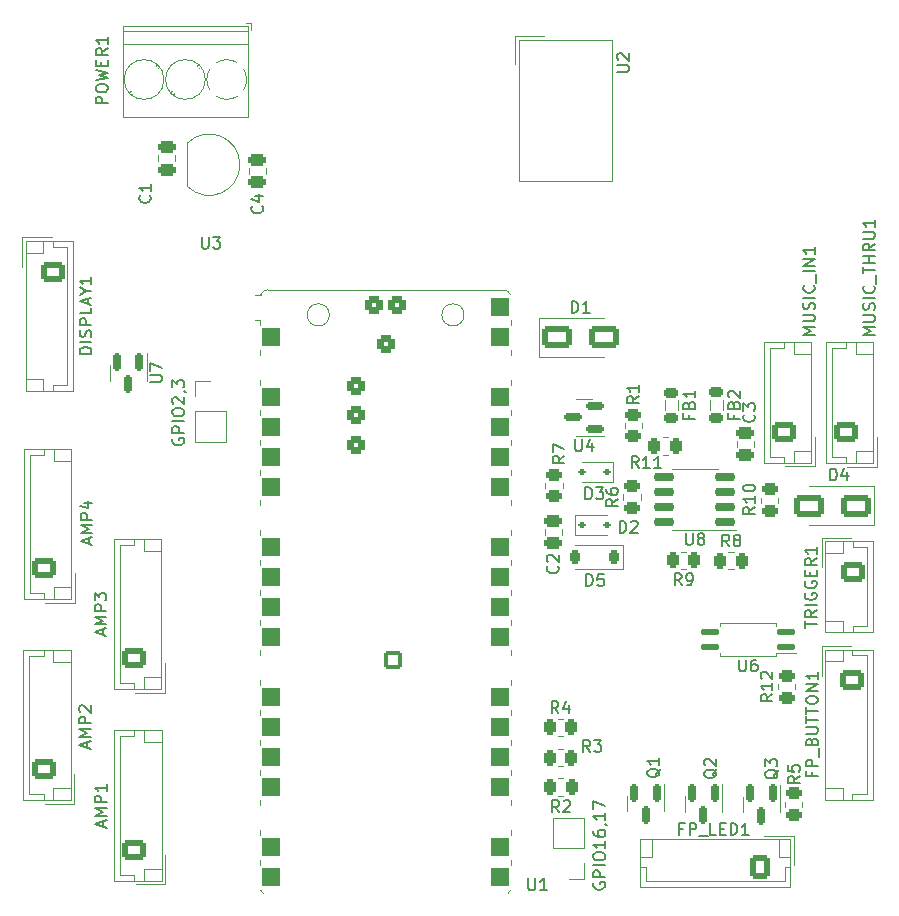
<source format=gbr>
%TF.GenerationSoftware,KiCad,Pcbnew,7.0.9*%
%TF.CreationDate,2023-12-26T12:13:05+08:00*%
%TF.ProjectId,amp_controller,616d705f-636f-46e7-9472-6f6c6c65722e,rev?*%
%TF.SameCoordinates,Original*%
%TF.FileFunction,Legend,Top*%
%TF.FilePolarity,Positive*%
%FSLAX46Y46*%
G04 Gerber Fmt 4.6, Leading zero omitted, Abs format (unit mm)*
G04 Created by KiCad (PCBNEW 7.0.9) date 2023-12-26 12:13:05*
%MOMM*%
%LPD*%
G01*
G04 APERTURE LIST*
G04 Aperture macros list*
%AMRoundRect*
0 Rectangle with rounded corners*
0 $1 Rounding radius*
0 $2 $3 $4 $5 $6 $7 $8 $9 X,Y pos of 4 corners*
0 Add a 4 corners polygon primitive as box body*
4,1,4,$2,$3,$4,$5,$6,$7,$8,$9,$2,$3,0*
0 Add four circle primitives for the rounded corners*
1,1,$1+$1,$2,$3*
1,1,$1+$1,$4,$5*
1,1,$1+$1,$6,$7*
1,1,$1+$1,$8,$9*
0 Add four rect primitives between the rounded corners*
20,1,$1+$1,$2,$3,$4,$5,0*
20,1,$1+$1,$4,$5,$6,$7,0*
20,1,$1+$1,$6,$7,$8,$9,0*
20,1,$1+$1,$8,$9,$2,$3,0*%
%AMFreePoly0*
4,1,28,0.178017,0.779942,0.347107,0.720775,0.498792,0.625465,0.625465,0.498792,0.720775,0.347107,0.779942,0.178017,0.800000,0.000000,0.779942,-0.178017,0.720775,-0.347107,0.625465,-0.498792,0.498792,-0.625465,0.347107,-0.720775,0.178017,-0.779942,0.000000,-0.800000,-2.200000,-0.800000,-2.205014,-0.794986,-2.244504,-0.794986,-2.324698,-0.756366,-2.380194,-0.686777,-2.400000,-0.600000,
-2.400000,0.600000,-2.380194,0.686777,-2.324698,0.756366,-2.244504,0.794986,-2.205014,0.794986,-2.200000,0.800000,0.000000,0.800000,0.178017,0.779942,0.178017,0.779942,$1*%
%AMFreePoly1*
4,1,29,0.605014,0.794986,0.644504,0.794986,0.724698,0.756366,0.780194,0.686777,0.800000,0.600000,0.800000,-0.600000,0.780194,-0.686777,0.724698,-0.756366,0.644504,-0.794986,0.605014,-0.794986,0.600000,-0.800000,0.000000,-0.800000,-1.600000,-0.800000,-1.778017,-0.779942,-1.947107,-0.720775,-2.098792,-0.625465,-2.225465,-0.498792,-2.320775,-0.347107,-2.379942,-0.178017,-2.400000,0.000000,
-2.379942,0.178017,-2.320775,0.347107,-2.225465,0.498792,-2.098792,0.625465,-1.947107,0.720775,-1.778017,0.779942,-1.600000,0.800000,0.600000,0.800000,0.605014,0.794986,0.605014,0.794986,$1*%
%AMFreePoly2*
4,1,29,1.778017,0.779942,1.947107,0.720775,2.098792,0.625465,2.225465,0.498792,2.320775,0.347107,2.379942,0.178017,2.400000,0.000000,2.379942,-0.178017,2.320775,-0.347107,2.225465,-0.498792,2.098792,-0.625465,1.947107,-0.720775,1.778017,-0.779942,1.600000,-0.800000,0.000000,-0.800000,-0.600000,-0.800000,-0.605014,-0.794986,-0.644504,-0.794986,-0.724698,-0.756366,-0.780194,-0.686777,
-0.800000,-0.600000,-0.800000,0.600000,-0.780194,0.686777,-0.724698,0.756366,-0.644504,0.794986,-0.605014,0.794986,-0.600000,0.800000,1.600000,0.800000,1.778017,0.779942,1.778017,0.779942,$1*%
G04 Aperture macros list end*
%ADD10C,0.150000*%
%ADD11C,0.120000*%
%ADD12R,2.500000X1.500000*%
%ADD13O,2.500000X1.500000*%
%ADD14RoundRect,0.225000X0.225000X0.375000X-0.225000X0.375000X-0.225000X-0.375000X0.225000X-0.375000X0*%
%ADD15RoundRect,0.250000X0.600000X0.725000X-0.600000X0.725000X-0.600000X-0.725000X0.600000X-0.725000X0*%
%ADD16O,1.700000X1.950000*%
%ADD17RoundRect,0.250000X0.725000X-0.600000X0.725000X0.600000X-0.725000X0.600000X-0.725000X-0.600000X0*%
%ADD18O,1.950000X1.700000*%
%ADD19RoundRect,0.250000X0.450000X-0.262500X0.450000X0.262500X-0.450000X0.262500X-0.450000X-0.262500X0*%
%ADD20RoundRect,0.250000X-0.475000X0.250000X-0.475000X-0.250000X0.475000X-0.250000X0.475000X0.250000X0*%
%ADD21RoundRect,0.250000X-0.262500X-0.450000X0.262500X-0.450000X0.262500X0.450000X-0.262500X0.450000X0*%
%ADD22RoundRect,0.250000X-0.450000X0.262500X-0.450000X-0.262500X0.450000X-0.262500X0.450000X0.262500X0*%
%ADD23RoundRect,0.250000X0.262500X0.450000X-0.262500X0.450000X-0.262500X-0.450000X0.262500X-0.450000X0*%
%ADD24RoundRect,0.250000X-1.000000X-0.650000X1.000000X-0.650000X1.000000X0.650000X-1.000000X0.650000X0*%
%ADD25RoundRect,0.150000X-0.150000X0.587500X-0.150000X-0.587500X0.150000X-0.587500X0.150000X0.587500X0*%
%ADD26RoundRect,0.112500X-0.187500X-0.112500X0.187500X-0.112500X0.187500X0.112500X-0.187500X0.112500X0*%
%ADD27RoundRect,0.250000X-0.750000X0.600000X-0.750000X-0.600000X0.750000X-0.600000X0.750000X0.600000X0*%
%ADD28O,2.000000X1.700000*%
%ADD29RoundRect,0.218750X-0.381250X0.218750X-0.381250X-0.218750X0.381250X-0.218750X0.381250X0.218750X0*%
%ADD30C,3.200000*%
%ADD31RoundRect,0.150000X0.725000X0.150000X-0.725000X0.150000X-0.725000X-0.150000X0.725000X-0.150000X0*%
%ADD32RoundRect,0.112500X0.187500X0.112500X-0.187500X0.112500X-0.187500X-0.112500X0.187500X-0.112500X0*%
%ADD33RoundRect,0.150000X0.587500X0.150000X-0.587500X0.150000X-0.587500X-0.150000X0.587500X-0.150000X0*%
%ADD34R,2.400000X2.400000*%
%ADD35C,2.400000*%
%ADD36R,1.700000X1.700000*%
%ADD37O,1.700000X1.700000*%
%ADD38RoundRect,0.137500X0.662500X0.137500X-0.662500X0.137500X-0.662500X-0.137500X0.662500X-0.137500X0*%
%ADD39RoundRect,0.250000X-0.725000X0.600000X-0.725000X-0.600000X0.725000X-0.600000X0.725000X0.600000X0*%
%ADD40R,1.500000X1.050000*%
%ADD41O,1.500000X1.050000*%
%ADD42O,1.100000X1.800000*%
%ADD43O,1.050000X1.450000*%
%ADD44FreePoly0,0.000000*%
%ADD45RoundRect,0.800000X-0.800000X0.000000X0.800000X0.000000X0.800000X0.000000X-0.800000X0.000000X0*%
%ADD46FreePoly1,0.000000*%
%ADD47FreePoly2,0.000000*%
%ADD48RoundRect,0.200000X-0.587400X-0.587400X0.587400X-0.587400X0.587400X0.587400X-0.587400X0.587400X0*%
%ADD49C,1.574800*%
%ADD50RoundRect,0.300000X-0.450000X-0.450000X0.450000X-0.450000X0.450000X0.450000X-0.450000X0.450000X0*%
%ADD51RoundRect,0.250000X1.000000X0.650000X-1.000000X0.650000X-1.000000X-0.650000X1.000000X-0.650000X0*%
G04 APERTURE END LIST*
D10*
X152662416Y-55501159D02*
X153471939Y-55501159D01*
X153471939Y-55501159D02*
X153567177Y-55453540D01*
X153567177Y-55453540D02*
X153614797Y-55405921D01*
X153614797Y-55405921D02*
X153662416Y-55310683D01*
X153662416Y-55310683D02*
X153662416Y-55120207D01*
X153662416Y-55120207D02*
X153614797Y-55024969D01*
X153614797Y-55024969D02*
X153567177Y-54977350D01*
X153567177Y-54977350D02*
X153471939Y-54929731D01*
X153471939Y-54929731D02*
X152662416Y-54929731D01*
X152757654Y-54501159D02*
X152710035Y-54453540D01*
X152710035Y-54453540D02*
X152662416Y-54358302D01*
X152662416Y-54358302D02*
X152662416Y-54120207D01*
X152662416Y-54120207D02*
X152710035Y-54024969D01*
X152710035Y-54024969D02*
X152757654Y-53977350D01*
X152757654Y-53977350D02*
X152852892Y-53929731D01*
X152852892Y-53929731D02*
X152948130Y-53929731D01*
X152948130Y-53929731D02*
X153090987Y-53977350D01*
X153090987Y-53977350D02*
X153662416Y-54548778D01*
X153662416Y-54548778D02*
X153662416Y-53929731D01*
X150032122Y-99020686D02*
X150032122Y-98020686D01*
X150032122Y-98020686D02*
X150270217Y-98020686D01*
X150270217Y-98020686D02*
X150413074Y-98068305D01*
X150413074Y-98068305D02*
X150508312Y-98163543D01*
X150508312Y-98163543D02*
X150555931Y-98258781D01*
X150555931Y-98258781D02*
X150603550Y-98449257D01*
X150603550Y-98449257D02*
X150603550Y-98592114D01*
X150603550Y-98592114D02*
X150555931Y-98782590D01*
X150555931Y-98782590D02*
X150508312Y-98877828D01*
X150508312Y-98877828D02*
X150413074Y-98973067D01*
X150413074Y-98973067D02*
X150270217Y-99020686D01*
X150270217Y-99020686D02*
X150032122Y-99020686D01*
X151508312Y-98020686D02*
X151032122Y-98020686D01*
X151032122Y-98020686D02*
X150984503Y-98496876D01*
X150984503Y-98496876D02*
X151032122Y-98449257D01*
X151032122Y-98449257D02*
X151127360Y-98401638D01*
X151127360Y-98401638D02*
X151365455Y-98401638D01*
X151365455Y-98401638D02*
X151460693Y-98449257D01*
X151460693Y-98449257D02*
X151508312Y-98496876D01*
X151508312Y-98496876D02*
X151555931Y-98592114D01*
X151555931Y-98592114D02*
X151555931Y-98830209D01*
X151555931Y-98830209D02*
X151508312Y-98925447D01*
X151508312Y-98925447D02*
X151460693Y-98973067D01*
X151460693Y-98973067D02*
X151365455Y-99020686D01*
X151365455Y-99020686D02*
X151127360Y-99020686D01*
X151127360Y-99020686D02*
X151032122Y-98973067D01*
X151032122Y-98973067D02*
X150984503Y-98925447D01*
X158273197Y-119595590D02*
X157939864Y-119595590D01*
X157939864Y-120119400D02*
X157939864Y-119119400D01*
X157939864Y-119119400D02*
X158416054Y-119119400D01*
X158797007Y-120119400D02*
X158797007Y-119119400D01*
X158797007Y-119119400D02*
X159177959Y-119119400D01*
X159177959Y-119119400D02*
X159273197Y-119167019D01*
X159273197Y-119167019D02*
X159320816Y-119214638D01*
X159320816Y-119214638D02*
X159368435Y-119309876D01*
X159368435Y-119309876D02*
X159368435Y-119452733D01*
X159368435Y-119452733D02*
X159320816Y-119547971D01*
X159320816Y-119547971D02*
X159273197Y-119595590D01*
X159273197Y-119595590D02*
X159177959Y-119643209D01*
X159177959Y-119643209D02*
X158797007Y-119643209D01*
X159558912Y-120214638D02*
X160320816Y-120214638D01*
X161035102Y-120119400D02*
X160558912Y-120119400D01*
X160558912Y-120119400D02*
X160558912Y-119119400D01*
X161368436Y-119595590D02*
X161701769Y-119595590D01*
X161844626Y-120119400D02*
X161368436Y-120119400D01*
X161368436Y-120119400D02*
X161368436Y-119119400D01*
X161368436Y-119119400D02*
X161844626Y-119119400D01*
X162273198Y-120119400D02*
X162273198Y-119119400D01*
X162273198Y-119119400D02*
X162511293Y-119119400D01*
X162511293Y-119119400D02*
X162654150Y-119167019D01*
X162654150Y-119167019D02*
X162749388Y-119262257D01*
X162749388Y-119262257D02*
X162797007Y-119357495D01*
X162797007Y-119357495D02*
X162844626Y-119547971D01*
X162844626Y-119547971D02*
X162844626Y-119690828D01*
X162844626Y-119690828D02*
X162797007Y-119881304D01*
X162797007Y-119881304D02*
X162749388Y-119976542D01*
X162749388Y-119976542D02*
X162654150Y-120071781D01*
X162654150Y-120071781D02*
X162511293Y-120119400D01*
X162511293Y-120119400D02*
X162273198Y-120119400D01*
X163797007Y-120119400D02*
X163225579Y-120119400D01*
X163511293Y-120119400D02*
X163511293Y-119119400D01*
X163511293Y-119119400D02*
X163416055Y-119262257D01*
X163416055Y-119262257D02*
X163320817Y-119357495D01*
X163320817Y-119357495D02*
X163225579Y-119405114D01*
X107810566Y-112711124D02*
X107810566Y-112234934D01*
X108096281Y-112806362D02*
X107096281Y-112473029D01*
X107096281Y-112473029D02*
X108096281Y-112139696D01*
X108096281Y-111806362D02*
X107096281Y-111806362D01*
X107096281Y-111806362D02*
X107810566Y-111473029D01*
X107810566Y-111473029D02*
X107096281Y-111139696D01*
X107096281Y-111139696D02*
X108096281Y-111139696D01*
X108096281Y-110663505D02*
X107096281Y-110663505D01*
X107096281Y-110663505D02*
X107096281Y-110282553D01*
X107096281Y-110282553D02*
X107143900Y-110187315D01*
X107143900Y-110187315D02*
X107191519Y-110139696D01*
X107191519Y-110139696D02*
X107286757Y-110092077D01*
X107286757Y-110092077D02*
X107429614Y-110092077D01*
X107429614Y-110092077D02*
X107524852Y-110139696D01*
X107524852Y-110139696D02*
X107572471Y-110187315D01*
X107572471Y-110187315D02*
X107620090Y-110282553D01*
X107620090Y-110282553D02*
X107620090Y-110663505D01*
X107191519Y-109711124D02*
X107143900Y-109663505D01*
X107143900Y-109663505D02*
X107096281Y-109568267D01*
X107096281Y-109568267D02*
X107096281Y-109330172D01*
X107096281Y-109330172D02*
X107143900Y-109234934D01*
X107143900Y-109234934D02*
X107191519Y-109187315D01*
X107191519Y-109187315D02*
X107286757Y-109139696D01*
X107286757Y-109139696D02*
X107381995Y-109139696D01*
X107381995Y-109139696D02*
X107524852Y-109187315D01*
X107524852Y-109187315D02*
X108096281Y-109758743D01*
X108096281Y-109758743D02*
X108096281Y-109139696D01*
X165813094Y-108211463D02*
X165336903Y-108544796D01*
X165813094Y-108782891D02*
X164813094Y-108782891D01*
X164813094Y-108782891D02*
X164813094Y-108401939D01*
X164813094Y-108401939D02*
X164860713Y-108306701D01*
X164860713Y-108306701D02*
X164908332Y-108259082D01*
X164908332Y-108259082D02*
X165003570Y-108211463D01*
X165003570Y-108211463D02*
X165146427Y-108211463D01*
X165146427Y-108211463D02*
X165241665Y-108259082D01*
X165241665Y-108259082D02*
X165289284Y-108306701D01*
X165289284Y-108306701D02*
X165336903Y-108401939D01*
X165336903Y-108401939D02*
X165336903Y-108782891D01*
X165813094Y-107259082D02*
X165813094Y-107830510D01*
X165813094Y-107544796D02*
X164813094Y-107544796D01*
X164813094Y-107544796D02*
X164955951Y-107640034D01*
X164955951Y-107640034D02*
X165051189Y-107735272D01*
X165051189Y-107735272D02*
X165098808Y-107830510D01*
X164908332Y-106878129D02*
X164860713Y-106830510D01*
X164860713Y-106830510D02*
X164813094Y-106735272D01*
X164813094Y-106735272D02*
X164813094Y-106497177D01*
X164813094Y-106497177D02*
X164860713Y-106401939D01*
X164860713Y-106401939D02*
X164908332Y-106354320D01*
X164908332Y-106354320D02*
X165003570Y-106306701D01*
X165003570Y-106306701D02*
X165098808Y-106306701D01*
X165098808Y-106306701D02*
X165241665Y-106354320D01*
X165241665Y-106354320D02*
X165813094Y-106925748D01*
X165813094Y-106925748D02*
X165813094Y-106306701D01*
X113099133Y-65966677D02*
X113146753Y-66014296D01*
X113146753Y-66014296D02*
X113194372Y-66157153D01*
X113194372Y-66157153D02*
X113194372Y-66252391D01*
X113194372Y-66252391D02*
X113146753Y-66395248D01*
X113146753Y-66395248D02*
X113051514Y-66490486D01*
X113051514Y-66490486D02*
X112956276Y-66538105D01*
X112956276Y-66538105D02*
X112765800Y-66585724D01*
X112765800Y-66585724D02*
X112622943Y-66585724D01*
X112622943Y-66585724D02*
X112432467Y-66538105D01*
X112432467Y-66538105D02*
X112337229Y-66490486D01*
X112337229Y-66490486D02*
X112241991Y-66395248D01*
X112241991Y-66395248D02*
X112194372Y-66252391D01*
X112194372Y-66252391D02*
X112194372Y-66157153D01*
X112194372Y-66157153D02*
X112241991Y-66014296D01*
X112241991Y-66014296D02*
X112289610Y-65966677D01*
X113194372Y-65014296D02*
X113194372Y-65585724D01*
X113194372Y-65300010D02*
X112194372Y-65300010D01*
X112194372Y-65300010D02*
X112337229Y-65395248D01*
X112337229Y-65395248D02*
X112432467Y-65490486D01*
X112432467Y-65490486D02*
X112480086Y-65585724D01*
X147758155Y-118184185D02*
X147424822Y-117707994D01*
X147186727Y-118184185D02*
X147186727Y-117184185D01*
X147186727Y-117184185D02*
X147567679Y-117184185D01*
X147567679Y-117184185D02*
X147662917Y-117231804D01*
X147662917Y-117231804D02*
X147710536Y-117279423D01*
X147710536Y-117279423D02*
X147758155Y-117374661D01*
X147758155Y-117374661D02*
X147758155Y-117517518D01*
X147758155Y-117517518D02*
X147710536Y-117612756D01*
X147710536Y-117612756D02*
X147662917Y-117660375D01*
X147662917Y-117660375D02*
X147567679Y-117707994D01*
X147567679Y-117707994D02*
X147186727Y-117707994D01*
X148139108Y-117279423D02*
X148186727Y-117231804D01*
X148186727Y-117231804D02*
X148281965Y-117184185D01*
X148281965Y-117184185D02*
X148520060Y-117184185D01*
X148520060Y-117184185D02*
X148615298Y-117231804D01*
X148615298Y-117231804D02*
X148662917Y-117279423D01*
X148662917Y-117279423D02*
X148710536Y-117374661D01*
X148710536Y-117374661D02*
X148710536Y-117469899D01*
X148710536Y-117469899D02*
X148662917Y-117612756D01*
X148662917Y-117612756D02*
X148091489Y-118184185D01*
X148091489Y-118184185D02*
X148710536Y-118184185D01*
X168123339Y-115127371D02*
X167647148Y-115460704D01*
X168123339Y-115698799D02*
X167123339Y-115698799D01*
X167123339Y-115698799D02*
X167123339Y-115317847D01*
X167123339Y-115317847D02*
X167170958Y-115222609D01*
X167170958Y-115222609D02*
X167218577Y-115174990D01*
X167218577Y-115174990D02*
X167313815Y-115127371D01*
X167313815Y-115127371D02*
X167456672Y-115127371D01*
X167456672Y-115127371D02*
X167551910Y-115174990D01*
X167551910Y-115174990D02*
X167599529Y-115222609D01*
X167599529Y-115222609D02*
X167647148Y-115317847D01*
X167647148Y-115317847D02*
X167647148Y-115698799D01*
X167123339Y-114222609D02*
X167123339Y-114698799D01*
X167123339Y-114698799D02*
X167599529Y-114746418D01*
X167599529Y-114746418D02*
X167551910Y-114698799D01*
X167551910Y-114698799D02*
X167504291Y-114603561D01*
X167504291Y-114603561D02*
X167504291Y-114365466D01*
X167504291Y-114365466D02*
X167551910Y-114270228D01*
X167551910Y-114270228D02*
X167599529Y-114222609D01*
X167599529Y-114222609D02*
X167694767Y-114174990D01*
X167694767Y-114174990D02*
X167932862Y-114174990D01*
X167932862Y-114174990D02*
X168028100Y-114222609D01*
X168028100Y-114222609D02*
X168075720Y-114270228D01*
X168075720Y-114270228D02*
X168123339Y-114365466D01*
X168123339Y-114365466D02*
X168123339Y-114603561D01*
X168123339Y-114603561D02*
X168075720Y-114698799D01*
X168075720Y-114698799D02*
X168028100Y-114746418D01*
X158119825Y-98972208D02*
X157786492Y-98496017D01*
X157548397Y-98972208D02*
X157548397Y-97972208D01*
X157548397Y-97972208D02*
X157929349Y-97972208D01*
X157929349Y-97972208D02*
X158024587Y-98019827D01*
X158024587Y-98019827D02*
X158072206Y-98067446D01*
X158072206Y-98067446D02*
X158119825Y-98162684D01*
X158119825Y-98162684D02*
X158119825Y-98305541D01*
X158119825Y-98305541D02*
X158072206Y-98400779D01*
X158072206Y-98400779D02*
X158024587Y-98448398D01*
X158024587Y-98448398D02*
X157929349Y-98496017D01*
X157929349Y-98496017D02*
X157548397Y-98496017D01*
X158596016Y-98972208D02*
X158786492Y-98972208D01*
X158786492Y-98972208D02*
X158881730Y-98924589D01*
X158881730Y-98924589D02*
X158929349Y-98876969D01*
X158929349Y-98876969D02*
X159024587Y-98734112D01*
X159024587Y-98734112D02*
X159072206Y-98543636D01*
X159072206Y-98543636D02*
X159072206Y-98162684D01*
X159072206Y-98162684D02*
X159024587Y-98067446D01*
X159024587Y-98067446D02*
X158976968Y-98019827D01*
X158976968Y-98019827D02*
X158881730Y-97972208D01*
X158881730Y-97972208D02*
X158691254Y-97972208D01*
X158691254Y-97972208D02*
X158596016Y-98019827D01*
X158596016Y-98019827D02*
X158548397Y-98067446D01*
X158548397Y-98067446D02*
X158500778Y-98162684D01*
X158500778Y-98162684D02*
X158500778Y-98400779D01*
X158500778Y-98400779D02*
X158548397Y-98496017D01*
X158548397Y-98496017D02*
X158596016Y-98543636D01*
X158596016Y-98543636D02*
X158691254Y-98591255D01*
X158691254Y-98591255D02*
X158881730Y-98591255D01*
X158881730Y-98591255D02*
X158976968Y-98543636D01*
X158976968Y-98543636D02*
X159024587Y-98496017D01*
X159024587Y-98496017D02*
X159072206Y-98400779D01*
X148804571Y-75912077D02*
X148804571Y-74912077D01*
X148804571Y-74912077D02*
X149042666Y-74912077D01*
X149042666Y-74912077D02*
X149185523Y-74959696D01*
X149185523Y-74959696D02*
X149280761Y-75054934D01*
X149280761Y-75054934D02*
X149328380Y-75150172D01*
X149328380Y-75150172D02*
X149375999Y-75340648D01*
X149375999Y-75340648D02*
X149375999Y-75483505D01*
X149375999Y-75483505D02*
X149328380Y-75673981D01*
X149328380Y-75673981D02*
X149280761Y-75769219D01*
X149280761Y-75769219D02*
X149185523Y-75864458D01*
X149185523Y-75864458D02*
X149042666Y-75912077D01*
X149042666Y-75912077D02*
X148804571Y-75912077D01*
X150328380Y-75912077D02*
X149756952Y-75912077D01*
X150042666Y-75912077D02*
X150042666Y-74912077D01*
X150042666Y-74912077D02*
X149947428Y-75054934D01*
X149947428Y-75054934D02*
X149852190Y-75150172D01*
X149852190Y-75150172D02*
X149756952Y-75197791D01*
X154471676Y-89055096D02*
X154138343Y-88578905D01*
X153900248Y-89055096D02*
X153900248Y-88055096D01*
X153900248Y-88055096D02*
X154281200Y-88055096D01*
X154281200Y-88055096D02*
X154376438Y-88102715D01*
X154376438Y-88102715D02*
X154424057Y-88150334D01*
X154424057Y-88150334D02*
X154471676Y-88245572D01*
X154471676Y-88245572D02*
X154471676Y-88388429D01*
X154471676Y-88388429D02*
X154424057Y-88483667D01*
X154424057Y-88483667D02*
X154376438Y-88531286D01*
X154376438Y-88531286D02*
X154281200Y-88578905D01*
X154281200Y-88578905D02*
X153900248Y-88578905D01*
X155424057Y-89055096D02*
X154852629Y-89055096D01*
X155138343Y-89055096D02*
X155138343Y-88055096D01*
X155138343Y-88055096D02*
X155043105Y-88197953D01*
X155043105Y-88197953D02*
X154947867Y-88293191D01*
X154947867Y-88293191D02*
X154852629Y-88340810D01*
X156376438Y-89055096D02*
X155805010Y-89055096D01*
X156090724Y-89055096D02*
X156090724Y-88055096D01*
X156090724Y-88055096D02*
X155995486Y-88197953D01*
X155995486Y-88197953D02*
X155900248Y-88293191D01*
X155900248Y-88293191D02*
X155805010Y-88340810D01*
X109143474Y-119406084D02*
X109143474Y-118929894D01*
X109429189Y-119501322D02*
X108429189Y-119167989D01*
X108429189Y-119167989D02*
X109429189Y-118834656D01*
X109429189Y-118501322D02*
X108429189Y-118501322D01*
X108429189Y-118501322D02*
X109143474Y-118167989D01*
X109143474Y-118167989D02*
X108429189Y-117834656D01*
X108429189Y-117834656D02*
X109429189Y-117834656D01*
X109429189Y-117358465D02*
X108429189Y-117358465D01*
X108429189Y-117358465D02*
X108429189Y-116977513D01*
X108429189Y-116977513D02*
X108476808Y-116882275D01*
X108476808Y-116882275D02*
X108524427Y-116834656D01*
X108524427Y-116834656D02*
X108619665Y-116787037D01*
X108619665Y-116787037D02*
X108762522Y-116787037D01*
X108762522Y-116787037D02*
X108857760Y-116834656D01*
X108857760Y-116834656D02*
X108905379Y-116882275D01*
X108905379Y-116882275D02*
X108952998Y-116977513D01*
X108952998Y-116977513D02*
X108952998Y-117358465D01*
X109429189Y-115834656D02*
X109429189Y-116406084D01*
X109429189Y-116120370D02*
X108429189Y-116120370D01*
X108429189Y-116120370D02*
X108572046Y-116215608D01*
X108572046Y-116215608D02*
X108667284Y-116310846D01*
X108667284Y-116310846D02*
X108714903Y-116406084D01*
X113124866Y-81749400D02*
X113934389Y-81749400D01*
X113934389Y-81749400D02*
X114029627Y-81701781D01*
X114029627Y-81701781D02*
X114077247Y-81654162D01*
X114077247Y-81654162D02*
X114124866Y-81558924D01*
X114124866Y-81558924D02*
X114124866Y-81368448D01*
X114124866Y-81368448D02*
X114077247Y-81273210D01*
X114077247Y-81273210D02*
X114029627Y-81225591D01*
X114029627Y-81225591D02*
X113934389Y-81177972D01*
X113934389Y-81177972D02*
X113124866Y-81177972D01*
X113124866Y-80797019D02*
X113124866Y-80130353D01*
X113124866Y-80130353D02*
X114124866Y-80558924D01*
X152879964Y-94523116D02*
X152879964Y-93523116D01*
X152879964Y-93523116D02*
X153118059Y-93523116D01*
X153118059Y-93523116D02*
X153260916Y-93570735D01*
X153260916Y-93570735D02*
X153356154Y-93665973D01*
X153356154Y-93665973D02*
X153403773Y-93761211D01*
X153403773Y-93761211D02*
X153451392Y-93951687D01*
X153451392Y-93951687D02*
X153451392Y-94094544D01*
X153451392Y-94094544D02*
X153403773Y-94285020D01*
X153403773Y-94285020D02*
X153356154Y-94380258D01*
X153356154Y-94380258D02*
X153260916Y-94475497D01*
X153260916Y-94475497D02*
X153118059Y-94523116D01*
X153118059Y-94523116D02*
X152879964Y-94523116D01*
X153832345Y-93618354D02*
X153879964Y-93570735D01*
X153879964Y-93570735D02*
X153975202Y-93523116D01*
X153975202Y-93523116D02*
X154213297Y-93523116D01*
X154213297Y-93523116D02*
X154308535Y-93570735D01*
X154308535Y-93570735D02*
X154356154Y-93618354D01*
X154356154Y-93618354D02*
X154403773Y-93713592D01*
X154403773Y-93713592D02*
X154403773Y-93808830D01*
X154403773Y-93808830D02*
X154356154Y-93951687D01*
X154356154Y-93951687D02*
X153784726Y-94523116D01*
X153784726Y-94523116D02*
X154403773Y-94523116D01*
X150382982Y-113072680D02*
X150049649Y-112596489D01*
X149811554Y-113072680D02*
X149811554Y-112072680D01*
X149811554Y-112072680D02*
X150192506Y-112072680D01*
X150192506Y-112072680D02*
X150287744Y-112120299D01*
X150287744Y-112120299D02*
X150335363Y-112167918D01*
X150335363Y-112167918D02*
X150382982Y-112263156D01*
X150382982Y-112263156D02*
X150382982Y-112406013D01*
X150382982Y-112406013D02*
X150335363Y-112501251D01*
X150335363Y-112501251D02*
X150287744Y-112548870D01*
X150287744Y-112548870D02*
X150192506Y-112596489D01*
X150192506Y-112596489D02*
X149811554Y-112596489D01*
X150716316Y-112072680D02*
X151335363Y-112072680D01*
X151335363Y-112072680D02*
X151002030Y-112453632D01*
X151002030Y-112453632D02*
X151144887Y-112453632D01*
X151144887Y-112453632D02*
X151240125Y-112501251D01*
X151240125Y-112501251D02*
X151287744Y-112548870D01*
X151287744Y-112548870D02*
X151335363Y-112644108D01*
X151335363Y-112644108D02*
X151335363Y-112882203D01*
X151335363Y-112882203D02*
X151287744Y-112977441D01*
X151287744Y-112977441D02*
X151240125Y-113025061D01*
X151240125Y-113025061D02*
X151144887Y-113072680D01*
X151144887Y-113072680D02*
X150859173Y-113072680D01*
X150859173Y-113072680D02*
X150763935Y-113025061D01*
X150763935Y-113025061D02*
X150716316Y-112977441D01*
X168545788Y-102553592D02*
X168545788Y-101982164D01*
X169545788Y-102267878D02*
X168545788Y-102267878D01*
X169545788Y-101077402D02*
X169069597Y-101410735D01*
X169545788Y-101648830D02*
X168545788Y-101648830D01*
X168545788Y-101648830D02*
X168545788Y-101267878D01*
X168545788Y-101267878D02*
X168593407Y-101172640D01*
X168593407Y-101172640D02*
X168641026Y-101125021D01*
X168641026Y-101125021D02*
X168736264Y-101077402D01*
X168736264Y-101077402D02*
X168879121Y-101077402D01*
X168879121Y-101077402D02*
X168974359Y-101125021D01*
X168974359Y-101125021D02*
X169021978Y-101172640D01*
X169021978Y-101172640D02*
X169069597Y-101267878D01*
X169069597Y-101267878D02*
X169069597Y-101648830D01*
X169545788Y-100648830D02*
X168545788Y-100648830D01*
X168593407Y-99648831D02*
X168545788Y-99744069D01*
X168545788Y-99744069D02*
X168545788Y-99886926D01*
X168545788Y-99886926D02*
X168593407Y-100029783D01*
X168593407Y-100029783D02*
X168688645Y-100125021D01*
X168688645Y-100125021D02*
X168783883Y-100172640D01*
X168783883Y-100172640D02*
X168974359Y-100220259D01*
X168974359Y-100220259D02*
X169117216Y-100220259D01*
X169117216Y-100220259D02*
X169307692Y-100172640D01*
X169307692Y-100172640D02*
X169402930Y-100125021D01*
X169402930Y-100125021D02*
X169498169Y-100029783D01*
X169498169Y-100029783D02*
X169545788Y-99886926D01*
X169545788Y-99886926D02*
X169545788Y-99791688D01*
X169545788Y-99791688D02*
X169498169Y-99648831D01*
X169498169Y-99648831D02*
X169450549Y-99601212D01*
X169450549Y-99601212D02*
X169117216Y-99601212D01*
X169117216Y-99601212D02*
X169117216Y-99791688D01*
X168593407Y-98648831D02*
X168545788Y-98744069D01*
X168545788Y-98744069D02*
X168545788Y-98886926D01*
X168545788Y-98886926D02*
X168593407Y-99029783D01*
X168593407Y-99029783D02*
X168688645Y-99125021D01*
X168688645Y-99125021D02*
X168783883Y-99172640D01*
X168783883Y-99172640D02*
X168974359Y-99220259D01*
X168974359Y-99220259D02*
X169117216Y-99220259D01*
X169117216Y-99220259D02*
X169307692Y-99172640D01*
X169307692Y-99172640D02*
X169402930Y-99125021D01*
X169402930Y-99125021D02*
X169498169Y-99029783D01*
X169498169Y-99029783D02*
X169545788Y-98886926D01*
X169545788Y-98886926D02*
X169545788Y-98791688D01*
X169545788Y-98791688D02*
X169498169Y-98648831D01*
X169498169Y-98648831D02*
X169450549Y-98601212D01*
X169450549Y-98601212D02*
X169117216Y-98601212D01*
X169117216Y-98601212D02*
X169117216Y-98791688D01*
X169021978Y-98172640D02*
X169021978Y-97839307D01*
X169545788Y-97696450D02*
X169545788Y-98172640D01*
X169545788Y-98172640D02*
X168545788Y-98172640D01*
X168545788Y-98172640D02*
X168545788Y-97696450D01*
X169545788Y-96696450D02*
X169069597Y-97029783D01*
X169545788Y-97267878D02*
X168545788Y-97267878D01*
X168545788Y-97267878D02*
X168545788Y-96886926D01*
X168545788Y-96886926D02*
X168593407Y-96791688D01*
X168593407Y-96791688D02*
X168641026Y-96744069D01*
X168641026Y-96744069D02*
X168736264Y-96696450D01*
X168736264Y-96696450D02*
X168879121Y-96696450D01*
X168879121Y-96696450D02*
X168974359Y-96744069D01*
X168974359Y-96744069D02*
X169021978Y-96791688D01*
X169021978Y-96791688D02*
X169069597Y-96886926D01*
X169069597Y-96886926D02*
X169069597Y-97267878D01*
X169545788Y-95744069D02*
X169545788Y-96315497D01*
X169545788Y-96029783D02*
X168545788Y-96029783D01*
X168545788Y-96029783D02*
X168688645Y-96125021D01*
X168688645Y-96125021D02*
X168783883Y-96220259D01*
X168783883Y-96220259D02*
X168831502Y-96315497D01*
X162534173Y-84541588D02*
X162534173Y-84874921D01*
X163057983Y-84874921D02*
X162057983Y-84874921D01*
X162057983Y-84874921D02*
X162057983Y-84398731D01*
X162534173Y-83684445D02*
X162581792Y-83541588D01*
X162581792Y-83541588D02*
X162629411Y-83493969D01*
X162629411Y-83493969D02*
X162724649Y-83446350D01*
X162724649Y-83446350D02*
X162867506Y-83446350D01*
X162867506Y-83446350D02*
X162962744Y-83493969D01*
X162962744Y-83493969D02*
X163010364Y-83541588D01*
X163010364Y-83541588D02*
X163057983Y-83636826D01*
X163057983Y-83636826D02*
X163057983Y-84017778D01*
X163057983Y-84017778D02*
X162057983Y-84017778D01*
X162057983Y-84017778D02*
X162057983Y-83684445D01*
X162057983Y-83684445D02*
X162105602Y-83589207D01*
X162105602Y-83589207D02*
X162153221Y-83541588D01*
X162153221Y-83541588D02*
X162248459Y-83493969D01*
X162248459Y-83493969D02*
X162343697Y-83493969D01*
X162343697Y-83493969D02*
X162438935Y-83541588D01*
X162438935Y-83541588D02*
X162486554Y-83589207D01*
X162486554Y-83589207D02*
X162534173Y-83684445D01*
X162534173Y-83684445D02*
X162534173Y-84017778D01*
X162153221Y-83065397D02*
X162105602Y-83017778D01*
X162105602Y-83017778D02*
X162057983Y-82922540D01*
X162057983Y-82922540D02*
X162057983Y-82684445D01*
X162057983Y-82684445D02*
X162105602Y-82589207D01*
X162105602Y-82589207D02*
X162153221Y-82541588D01*
X162153221Y-82541588D02*
X162248459Y-82493969D01*
X162248459Y-82493969D02*
X162343697Y-82493969D01*
X162343697Y-82493969D02*
X162486554Y-82541588D01*
X162486554Y-82541588D02*
X163057983Y-83113016D01*
X163057983Y-83113016D02*
X163057983Y-82493969D01*
X164332817Y-92361029D02*
X163856626Y-92694362D01*
X164332817Y-92932457D02*
X163332817Y-92932457D01*
X163332817Y-92932457D02*
X163332817Y-92551505D01*
X163332817Y-92551505D02*
X163380436Y-92456267D01*
X163380436Y-92456267D02*
X163428055Y-92408648D01*
X163428055Y-92408648D02*
X163523293Y-92361029D01*
X163523293Y-92361029D02*
X163666150Y-92361029D01*
X163666150Y-92361029D02*
X163761388Y-92408648D01*
X163761388Y-92408648D02*
X163809007Y-92456267D01*
X163809007Y-92456267D02*
X163856626Y-92551505D01*
X163856626Y-92551505D02*
X163856626Y-92932457D01*
X164332817Y-91408648D02*
X164332817Y-91980076D01*
X164332817Y-91694362D02*
X163332817Y-91694362D01*
X163332817Y-91694362D02*
X163475674Y-91789600D01*
X163475674Y-91789600D02*
X163570912Y-91884838D01*
X163570912Y-91884838D02*
X163618531Y-91980076D01*
X163332817Y-90789600D02*
X163332817Y-90694362D01*
X163332817Y-90694362D02*
X163380436Y-90599124D01*
X163380436Y-90599124D02*
X163428055Y-90551505D01*
X163428055Y-90551505D02*
X163523293Y-90503886D01*
X163523293Y-90503886D02*
X163713769Y-90456267D01*
X163713769Y-90456267D02*
X163951864Y-90456267D01*
X163951864Y-90456267D02*
X164142340Y-90503886D01*
X164142340Y-90503886D02*
X164237578Y-90551505D01*
X164237578Y-90551505D02*
X164285198Y-90599124D01*
X164285198Y-90599124D02*
X164332817Y-90694362D01*
X164332817Y-90694362D02*
X164332817Y-90789600D01*
X164332817Y-90789600D02*
X164285198Y-90884838D01*
X164285198Y-90884838D02*
X164237578Y-90932457D01*
X164237578Y-90932457D02*
X164142340Y-90980076D01*
X164142340Y-90980076D02*
X163951864Y-91027695D01*
X163951864Y-91027695D02*
X163713769Y-91027695D01*
X163713769Y-91027695D02*
X163523293Y-90980076D01*
X163523293Y-90980076D02*
X163428055Y-90932457D01*
X163428055Y-90932457D02*
X163380436Y-90884838D01*
X163380436Y-90884838D02*
X163332817Y-90789600D01*
X161111783Y-114551898D02*
X161064164Y-114647136D01*
X161064164Y-114647136D02*
X160968926Y-114742374D01*
X160968926Y-114742374D02*
X160826068Y-114885231D01*
X160826068Y-114885231D02*
X160778449Y-114980469D01*
X160778449Y-114980469D02*
X160778449Y-115075707D01*
X161016545Y-115028088D02*
X160968926Y-115123326D01*
X160968926Y-115123326D02*
X160873687Y-115218564D01*
X160873687Y-115218564D02*
X160683211Y-115266183D01*
X160683211Y-115266183D02*
X160349878Y-115266183D01*
X160349878Y-115266183D02*
X160159402Y-115218564D01*
X160159402Y-115218564D02*
X160064164Y-115123326D01*
X160064164Y-115123326D02*
X160016545Y-115028088D01*
X160016545Y-115028088D02*
X160016545Y-114837612D01*
X160016545Y-114837612D02*
X160064164Y-114742374D01*
X160064164Y-114742374D02*
X160159402Y-114647136D01*
X160159402Y-114647136D02*
X160349878Y-114599517D01*
X160349878Y-114599517D02*
X160683211Y-114599517D01*
X160683211Y-114599517D02*
X160873687Y-114647136D01*
X160873687Y-114647136D02*
X160968926Y-114742374D01*
X160968926Y-114742374D02*
X161016545Y-114837612D01*
X161016545Y-114837612D02*
X161016545Y-115028088D01*
X160111783Y-114218564D02*
X160064164Y-114170945D01*
X160064164Y-114170945D02*
X160016545Y-114075707D01*
X160016545Y-114075707D02*
X160016545Y-113837612D01*
X160016545Y-113837612D02*
X160064164Y-113742374D01*
X160064164Y-113742374D02*
X160111783Y-113694755D01*
X160111783Y-113694755D02*
X160207021Y-113647136D01*
X160207021Y-113647136D02*
X160302259Y-113647136D01*
X160302259Y-113647136D02*
X160445116Y-113694755D01*
X160445116Y-113694755D02*
X161016545Y-114266183D01*
X161016545Y-114266183D02*
X161016545Y-113647136D01*
X156313211Y-114496262D02*
X156265592Y-114591500D01*
X156265592Y-114591500D02*
X156170354Y-114686738D01*
X156170354Y-114686738D02*
X156027496Y-114829595D01*
X156027496Y-114829595D02*
X155979877Y-114924833D01*
X155979877Y-114924833D02*
X155979877Y-115020071D01*
X156217973Y-114972452D02*
X156170354Y-115067690D01*
X156170354Y-115067690D02*
X156075115Y-115162928D01*
X156075115Y-115162928D02*
X155884639Y-115210547D01*
X155884639Y-115210547D02*
X155551306Y-115210547D01*
X155551306Y-115210547D02*
X155360830Y-115162928D01*
X155360830Y-115162928D02*
X155265592Y-115067690D01*
X155265592Y-115067690D02*
X155217973Y-114972452D01*
X155217973Y-114972452D02*
X155217973Y-114781976D01*
X155217973Y-114781976D02*
X155265592Y-114686738D01*
X155265592Y-114686738D02*
X155360830Y-114591500D01*
X155360830Y-114591500D02*
X155551306Y-114543881D01*
X155551306Y-114543881D02*
X155884639Y-114543881D01*
X155884639Y-114543881D02*
X156075115Y-114591500D01*
X156075115Y-114591500D02*
X156170354Y-114686738D01*
X156170354Y-114686738D02*
X156217973Y-114781976D01*
X156217973Y-114781976D02*
X156217973Y-114972452D01*
X156217973Y-113591500D02*
X156217973Y-114162928D01*
X156217973Y-113877214D02*
X155217973Y-113877214D01*
X155217973Y-113877214D02*
X155360830Y-113972452D01*
X155360830Y-113972452D02*
X155456068Y-114067690D01*
X155456068Y-114067690D02*
X155503687Y-114162928D01*
X158481624Y-94557729D02*
X158481624Y-95367252D01*
X158481624Y-95367252D02*
X158529243Y-95462490D01*
X158529243Y-95462490D02*
X158576862Y-95510110D01*
X158576862Y-95510110D02*
X158672100Y-95557729D01*
X158672100Y-95557729D02*
X158862576Y-95557729D01*
X158862576Y-95557729D02*
X158957814Y-95510110D01*
X158957814Y-95510110D02*
X159005433Y-95462490D01*
X159005433Y-95462490D02*
X159053052Y-95367252D01*
X159053052Y-95367252D02*
X159053052Y-94557729D01*
X159672100Y-94986300D02*
X159576862Y-94938681D01*
X159576862Y-94938681D02*
X159529243Y-94891062D01*
X159529243Y-94891062D02*
X159481624Y-94795824D01*
X159481624Y-94795824D02*
X159481624Y-94748205D01*
X159481624Y-94748205D02*
X159529243Y-94652967D01*
X159529243Y-94652967D02*
X159576862Y-94605348D01*
X159576862Y-94605348D02*
X159672100Y-94557729D01*
X159672100Y-94557729D02*
X159862576Y-94557729D01*
X159862576Y-94557729D02*
X159957814Y-94605348D01*
X159957814Y-94605348D02*
X160005433Y-94652967D01*
X160005433Y-94652967D02*
X160053052Y-94748205D01*
X160053052Y-94748205D02*
X160053052Y-94795824D01*
X160053052Y-94795824D02*
X160005433Y-94891062D01*
X160005433Y-94891062D02*
X159957814Y-94938681D01*
X159957814Y-94938681D02*
X159862576Y-94986300D01*
X159862576Y-94986300D02*
X159672100Y-94986300D01*
X159672100Y-94986300D02*
X159576862Y-95033919D01*
X159576862Y-95033919D02*
X159529243Y-95081538D01*
X159529243Y-95081538D02*
X159481624Y-95176776D01*
X159481624Y-95176776D02*
X159481624Y-95367252D01*
X159481624Y-95367252D02*
X159529243Y-95462490D01*
X159529243Y-95462490D02*
X159576862Y-95510110D01*
X159576862Y-95510110D02*
X159672100Y-95557729D01*
X159672100Y-95557729D02*
X159862576Y-95557729D01*
X159862576Y-95557729D02*
X159957814Y-95510110D01*
X159957814Y-95510110D02*
X160005433Y-95462490D01*
X160005433Y-95462490D02*
X160053052Y-95367252D01*
X160053052Y-95367252D02*
X160053052Y-95176776D01*
X160053052Y-95176776D02*
X160005433Y-95081538D01*
X160005433Y-95081538D02*
X159957814Y-95033919D01*
X159957814Y-95033919D02*
X159862576Y-94986300D01*
X122592521Y-66867514D02*
X122640141Y-66915133D01*
X122640141Y-66915133D02*
X122687760Y-67057990D01*
X122687760Y-67057990D02*
X122687760Y-67153228D01*
X122687760Y-67153228D02*
X122640141Y-67296085D01*
X122640141Y-67296085D02*
X122544902Y-67391323D01*
X122544902Y-67391323D02*
X122449664Y-67438942D01*
X122449664Y-67438942D02*
X122259188Y-67486561D01*
X122259188Y-67486561D02*
X122116331Y-67486561D01*
X122116331Y-67486561D02*
X121925855Y-67438942D01*
X121925855Y-67438942D02*
X121830617Y-67391323D01*
X121830617Y-67391323D02*
X121735379Y-67296085D01*
X121735379Y-67296085D02*
X121687760Y-67153228D01*
X121687760Y-67153228D02*
X121687760Y-67057990D01*
X121687760Y-67057990D02*
X121735379Y-66915133D01*
X121735379Y-66915133D02*
X121782998Y-66867514D01*
X122021093Y-66010371D02*
X122687760Y-66010371D01*
X121640141Y-66248466D02*
X122354426Y-66486561D01*
X122354426Y-66486561D02*
X122354426Y-65867514D01*
X164222226Y-84521249D02*
X164269846Y-84568868D01*
X164269846Y-84568868D02*
X164317465Y-84711725D01*
X164317465Y-84711725D02*
X164317465Y-84806963D01*
X164317465Y-84806963D02*
X164269846Y-84949820D01*
X164269846Y-84949820D02*
X164174607Y-85045058D01*
X164174607Y-85045058D02*
X164079369Y-85092677D01*
X164079369Y-85092677D02*
X163888893Y-85140296D01*
X163888893Y-85140296D02*
X163746036Y-85140296D01*
X163746036Y-85140296D02*
X163555560Y-85092677D01*
X163555560Y-85092677D02*
X163460322Y-85045058D01*
X163460322Y-85045058D02*
X163365084Y-84949820D01*
X163365084Y-84949820D02*
X163317465Y-84806963D01*
X163317465Y-84806963D02*
X163317465Y-84711725D01*
X163317465Y-84711725D02*
X163365084Y-84568868D01*
X163365084Y-84568868D02*
X163412703Y-84521249D01*
X163317465Y-84187915D02*
X163317465Y-83568868D01*
X163317465Y-83568868D02*
X163698417Y-83902201D01*
X163698417Y-83902201D02*
X163698417Y-83759344D01*
X163698417Y-83759344D02*
X163746036Y-83664106D01*
X163746036Y-83664106D02*
X163793655Y-83616487D01*
X163793655Y-83616487D02*
X163888893Y-83568868D01*
X163888893Y-83568868D02*
X164126988Y-83568868D01*
X164126988Y-83568868D02*
X164222226Y-83616487D01*
X164222226Y-83616487D02*
X164269846Y-83664106D01*
X164269846Y-83664106D02*
X164317465Y-83759344D01*
X164317465Y-83759344D02*
X164317465Y-84045058D01*
X164317465Y-84045058D02*
X164269846Y-84140296D01*
X164269846Y-84140296D02*
X164222226Y-84187915D01*
X166314679Y-114599130D02*
X166267060Y-114694368D01*
X166267060Y-114694368D02*
X166171822Y-114789606D01*
X166171822Y-114789606D02*
X166028964Y-114932463D01*
X166028964Y-114932463D02*
X165981345Y-115027701D01*
X165981345Y-115027701D02*
X165981345Y-115122939D01*
X166219441Y-115075320D02*
X166171822Y-115170558D01*
X166171822Y-115170558D02*
X166076583Y-115265796D01*
X166076583Y-115265796D02*
X165886107Y-115313415D01*
X165886107Y-115313415D02*
X165552774Y-115313415D01*
X165552774Y-115313415D02*
X165362298Y-115265796D01*
X165362298Y-115265796D02*
X165267060Y-115170558D01*
X165267060Y-115170558D02*
X165219441Y-115075320D01*
X165219441Y-115075320D02*
X165219441Y-114884844D01*
X165219441Y-114884844D02*
X165267060Y-114789606D01*
X165267060Y-114789606D02*
X165362298Y-114694368D01*
X165362298Y-114694368D02*
X165552774Y-114646749D01*
X165552774Y-114646749D02*
X165886107Y-114646749D01*
X165886107Y-114646749D02*
X166076583Y-114694368D01*
X166076583Y-114694368D02*
X166171822Y-114789606D01*
X166171822Y-114789606D02*
X166219441Y-114884844D01*
X166219441Y-114884844D02*
X166219441Y-115075320D01*
X165219441Y-114313415D02*
X165219441Y-113694368D01*
X165219441Y-113694368D02*
X165600393Y-114027701D01*
X165600393Y-114027701D02*
X165600393Y-113884844D01*
X165600393Y-113884844D02*
X165648012Y-113789606D01*
X165648012Y-113789606D02*
X165695631Y-113741987D01*
X165695631Y-113741987D02*
X165790869Y-113694368D01*
X165790869Y-113694368D02*
X166028964Y-113694368D01*
X166028964Y-113694368D02*
X166124202Y-113741987D01*
X166124202Y-113741987D02*
X166171822Y-113789606D01*
X166171822Y-113789606D02*
X166219441Y-113884844D01*
X166219441Y-113884844D02*
X166219441Y-114170558D01*
X166219441Y-114170558D02*
X166171822Y-114265796D01*
X166171822Y-114265796D02*
X166124202Y-114313415D01*
X149978211Y-91688134D02*
X149978211Y-90688134D01*
X149978211Y-90688134D02*
X150216306Y-90688134D01*
X150216306Y-90688134D02*
X150359163Y-90735753D01*
X150359163Y-90735753D02*
X150454401Y-90830991D01*
X150454401Y-90830991D02*
X150502020Y-90926229D01*
X150502020Y-90926229D02*
X150549639Y-91116705D01*
X150549639Y-91116705D02*
X150549639Y-91259562D01*
X150549639Y-91259562D02*
X150502020Y-91450038D01*
X150502020Y-91450038D02*
X150454401Y-91545276D01*
X150454401Y-91545276D02*
X150359163Y-91640515D01*
X150359163Y-91640515D02*
X150216306Y-91688134D01*
X150216306Y-91688134D02*
X149978211Y-91688134D01*
X150882973Y-90688134D02*
X151502020Y-90688134D01*
X151502020Y-90688134D02*
X151168687Y-91069086D01*
X151168687Y-91069086D02*
X151311544Y-91069086D01*
X151311544Y-91069086D02*
X151406782Y-91116705D01*
X151406782Y-91116705D02*
X151454401Y-91164324D01*
X151454401Y-91164324D02*
X151502020Y-91259562D01*
X151502020Y-91259562D02*
X151502020Y-91497657D01*
X151502020Y-91497657D02*
X151454401Y-91592895D01*
X151454401Y-91592895D02*
X151406782Y-91640515D01*
X151406782Y-91640515D02*
X151311544Y-91688134D01*
X151311544Y-91688134D02*
X151025830Y-91688134D01*
X151025830Y-91688134D02*
X150930592Y-91640515D01*
X150930592Y-91640515D02*
X150882973Y-91592895D01*
X162142869Y-95686784D02*
X161809536Y-95210593D01*
X161571441Y-95686784D02*
X161571441Y-94686784D01*
X161571441Y-94686784D02*
X161952393Y-94686784D01*
X161952393Y-94686784D02*
X162047631Y-94734403D01*
X162047631Y-94734403D02*
X162095250Y-94782022D01*
X162095250Y-94782022D02*
X162142869Y-94877260D01*
X162142869Y-94877260D02*
X162142869Y-95020117D01*
X162142869Y-95020117D02*
X162095250Y-95115355D01*
X162095250Y-95115355D02*
X162047631Y-95162974D01*
X162047631Y-95162974D02*
X161952393Y-95210593D01*
X161952393Y-95210593D02*
X161571441Y-95210593D01*
X162714298Y-95115355D02*
X162619060Y-95067736D01*
X162619060Y-95067736D02*
X162571441Y-95020117D01*
X162571441Y-95020117D02*
X162523822Y-94924879D01*
X162523822Y-94924879D02*
X162523822Y-94877260D01*
X162523822Y-94877260D02*
X162571441Y-94782022D01*
X162571441Y-94782022D02*
X162619060Y-94734403D01*
X162619060Y-94734403D02*
X162714298Y-94686784D01*
X162714298Y-94686784D02*
X162904774Y-94686784D01*
X162904774Y-94686784D02*
X163000012Y-94734403D01*
X163000012Y-94734403D02*
X163047631Y-94782022D01*
X163047631Y-94782022D02*
X163095250Y-94877260D01*
X163095250Y-94877260D02*
X163095250Y-94924879D01*
X163095250Y-94924879D02*
X163047631Y-95020117D01*
X163047631Y-95020117D02*
X163000012Y-95067736D01*
X163000012Y-95067736D02*
X162904774Y-95115355D01*
X162904774Y-95115355D02*
X162714298Y-95115355D01*
X162714298Y-95115355D02*
X162619060Y-95162974D01*
X162619060Y-95162974D02*
X162571441Y-95210593D01*
X162571441Y-95210593D02*
X162523822Y-95305831D01*
X162523822Y-95305831D02*
X162523822Y-95496307D01*
X162523822Y-95496307D02*
X162571441Y-95591545D01*
X162571441Y-95591545D02*
X162619060Y-95639165D01*
X162619060Y-95639165D02*
X162714298Y-95686784D01*
X162714298Y-95686784D02*
X162904774Y-95686784D01*
X162904774Y-95686784D02*
X163000012Y-95639165D01*
X163000012Y-95639165D02*
X163047631Y-95591545D01*
X163047631Y-95591545D02*
X163095250Y-95496307D01*
X163095250Y-95496307D02*
X163095250Y-95305831D01*
X163095250Y-95305831D02*
X163047631Y-95210593D01*
X163047631Y-95210593D02*
X163000012Y-95162974D01*
X163000012Y-95162974D02*
X162904774Y-95115355D01*
X149098095Y-86612319D02*
X149098095Y-87421842D01*
X149098095Y-87421842D02*
X149145714Y-87517080D01*
X149145714Y-87517080D02*
X149193333Y-87564700D01*
X149193333Y-87564700D02*
X149288571Y-87612319D01*
X149288571Y-87612319D02*
X149479047Y-87612319D01*
X149479047Y-87612319D02*
X149574285Y-87564700D01*
X149574285Y-87564700D02*
X149621904Y-87517080D01*
X149621904Y-87517080D02*
X149669523Y-87421842D01*
X149669523Y-87421842D02*
X149669523Y-86612319D01*
X150574285Y-86945652D02*
X150574285Y-87612319D01*
X150336190Y-86564700D02*
X150098095Y-87278985D01*
X150098095Y-87278985D02*
X150717142Y-87278985D01*
X109522506Y-58174726D02*
X108522506Y-58174726D01*
X108522506Y-58174726D02*
X108522506Y-57793774D01*
X108522506Y-57793774D02*
X108570125Y-57698536D01*
X108570125Y-57698536D02*
X108617744Y-57650917D01*
X108617744Y-57650917D02*
X108712982Y-57603298D01*
X108712982Y-57603298D02*
X108855839Y-57603298D01*
X108855839Y-57603298D02*
X108951077Y-57650917D01*
X108951077Y-57650917D02*
X108998696Y-57698536D01*
X108998696Y-57698536D02*
X109046315Y-57793774D01*
X109046315Y-57793774D02*
X109046315Y-58174726D01*
X108522506Y-56984250D02*
X108522506Y-56793774D01*
X108522506Y-56793774D02*
X108570125Y-56698536D01*
X108570125Y-56698536D02*
X108665363Y-56603298D01*
X108665363Y-56603298D02*
X108855839Y-56555679D01*
X108855839Y-56555679D02*
X109189172Y-56555679D01*
X109189172Y-56555679D02*
X109379648Y-56603298D01*
X109379648Y-56603298D02*
X109474887Y-56698536D01*
X109474887Y-56698536D02*
X109522506Y-56793774D01*
X109522506Y-56793774D02*
X109522506Y-56984250D01*
X109522506Y-56984250D02*
X109474887Y-57079488D01*
X109474887Y-57079488D02*
X109379648Y-57174726D01*
X109379648Y-57174726D02*
X109189172Y-57222345D01*
X109189172Y-57222345D02*
X108855839Y-57222345D01*
X108855839Y-57222345D02*
X108665363Y-57174726D01*
X108665363Y-57174726D02*
X108570125Y-57079488D01*
X108570125Y-57079488D02*
X108522506Y-56984250D01*
X108522506Y-56222345D02*
X109522506Y-55984250D01*
X109522506Y-55984250D02*
X108808220Y-55793774D01*
X108808220Y-55793774D02*
X109522506Y-55603298D01*
X109522506Y-55603298D02*
X108522506Y-55365203D01*
X108998696Y-54984250D02*
X108998696Y-54650917D01*
X109522506Y-54508060D02*
X109522506Y-54984250D01*
X109522506Y-54984250D02*
X108522506Y-54984250D01*
X108522506Y-54984250D02*
X108522506Y-54508060D01*
X109522506Y-53508060D02*
X109046315Y-53841393D01*
X109522506Y-54079488D02*
X108522506Y-54079488D01*
X108522506Y-54079488D02*
X108522506Y-53698536D01*
X108522506Y-53698536D02*
X108570125Y-53603298D01*
X108570125Y-53603298D02*
X108617744Y-53555679D01*
X108617744Y-53555679D02*
X108712982Y-53508060D01*
X108712982Y-53508060D02*
X108855839Y-53508060D01*
X108855839Y-53508060D02*
X108951077Y-53555679D01*
X108951077Y-53555679D02*
X108998696Y-53603298D01*
X108998696Y-53603298D02*
X109046315Y-53698536D01*
X109046315Y-53698536D02*
X109046315Y-54079488D01*
X109522506Y-52555679D02*
X109522506Y-53127107D01*
X109522506Y-52841393D02*
X108522506Y-52841393D01*
X108522506Y-52841393D02*
X108665363Y-52936631D01*
X108665363Y-52936631D02*
X108760601Y-53031869D01*
X108760601Y-53031869D02*
X108808220Y-53127107D01*
X150695915Y-124161822D02*
X150648296Y-124257060D01*
X150648296Y-124257060D02*
X150648296Y-124399917D01*
X150648296Y-124399917D02*
X150695915Y-124542774D01*
X150695915Y-124542774D02*
X150791153Y-124638012D01*
X150791153Y-124638012D02*
X150886391Y-124685631D01*
X150886391Y-124685631D02*
X151076867Y-124733250D01*
X151076867Y-124733250D02*
X151219724Y-124733250D01*
X151219724Y-124733250D02*
X151410200Y-124685631D01*
X151410200Y-124685631D02*
X151505438Y-124638012D01*
X151505438Y-124638012D02*
X151600677Y-124542774D01*
X151600677Y-124542774D02*
X151648296Y-124399917D01*
X151648296Y-124399917D02*
X151648296Y-124304679D01*
X151648296Y-124304679D02*
X151600677Y-124161822D01*
X151600677Y-124161822D02*
X151553057Y-124114203D01*
X151553057Y-124114203D02*
X151219724Y-124114203D01*
X151219724Y-124114203D02*
X151219724Y-124304679D01*
X151648296Y-123685631D02*
X150648296Y-123685631D01*
X150648296Y-123685631D02*
X150648296Y-123304679D01*
X150648296Y-123304679D02*
X150695915Y-123209441D01*
X150695915Y-123209441D02*
X150743534Y-123161822D01*
X150743534Y-123161822D02*
X150838772Y-123114203D01*
X150838772Y-123114203D02*
X150981629Y-123114203D01*
X150981629Y-123114203D02*
X151076867Y-123161822D01*
X151076867Y-123161822D02*
X151124486Y-123209441D01*
X151124486Y-123209441D02*
X151172105Y-123304679D01*
X151172105Y-123304679D02*
X151172105Y-123685631D01*
X151648296Y-122685631D02*
X150648296Y-122685631D01*
X150648296Y-122018965D02*
X150648296Y-121828489D01*
X150648296Y-121828489D02*
X150695915Y-121733251D01*
X150695915Y-121733251D02*
X150791153Y-121638013D01*
X150791153Y-121638013D02*
X150981629Y-121590394D01*
X150981629Y-121590394D02*
X151314962Y-121590394D01*
X151314962Y-121590394D02*
X151505438Y-121638013D01*
X151505438Y-121638013D02*
X151600677Y-121733251D01*
X151600677Y-121733251D02*
X151648296Y-121828489D01*
X151648296Y-121828489D02*
X151648296Y-122018965D01*
X151648296Y-122018965D02*
X151600677Y-122114203D01*
X151600677Y-122114203D02*
X151505438Y-122209441D01*
X151505438Y-122209441D02*
X151314962Y-122257060D01*
X151314962Y-122257060D02*
X150981629Y-122257060D01*
X150981629Y-122257060D02*
X150791153Y-122209441D01*
X150791153Y-122209441D02*
X150695915Y-122114203D01*
X150695915Y-122114203D02*
X150648296Y-122018965D01*
X151648296Y-120638013D02*
X151648296Y-121209441D01*
X151648296Y-120923727D02*
X150648296Y-120923727D01*
X150648296Y-120923727D02*
X150791153Y-121018965D01*
X150791153Y-121018965D02*
X150886391Y-121114203D01*
X150886391Y-121114203D02*
X150934010Y-121209441D01*
X150648296Y-119780870D02*
X150648296Y-119971346D01*
X150648296Y-119971346D02*
X150695915Y-120066584D01*
X150695915Y-120066584D02*
X150743534Y-120114203D01*
X150743534Y-120114203D02*
X150886391Y-120209441D01*
X150886391Y-120209441D02*
X151076867Y-120257060D01*
X151076867Y-120257060D02*
X151457819Y-120257060D01*
X151457819Y-120257060D02*
X151553057Y-120209441D01*
X151553057Y-120209441D02*
X151600677Y-120161822D01*
X151600677Y-120161822D02*
X151648296Y-120066584D01*
X151648296Y-120066584D02*
X151648296Y-119876108D01*
X151648296Y-119876108D02*
X151600677Y-119780870D01*
X151600677Y-119780870D02*
X151553057Y-119733251D01*
X151553057Y-119733251D02*
X151457819Y-119685632D01*
X151457819Y-119685632D02*
X151219724Y-119685632D01*
X151219724Y-119685632D02*
X151124486Y-119733251D01*
X151124486Y-119733251D02*
X151076867Y-119780870D01*
X151076867Y-119780870D02*
X151029248Y-119876108D01*
X151029248Y-119876108D02*
X151029248Y-120066584D01*
X151029248Y-120066584D02*
X151076867Y-120161822D01*
X151076867Y-120161822D02*
X151124486Y-120209441D01*
X151124486Y-120209441D02*
X151219724Y-120257060D01*
X151600677Y-119209441D02*
X151648296Y-119209441D01*
X151648296Y-119209441D02*
X151743534Y-119257060D01*
X151743534Y-119257060D02*
X151791153Y-119304679D01*
X151648296Y-118257061D02*
X151648296Y-118828489D01*
X151648296Y-118542775D02*
X150648296Y-118542775D01*
X150648296Y-118542775D02*
X150791153Y-118638013D01*
X150791153Y-118638013D02*
X150886391Y-118733251D01*
X150886391Y-118733251D02*
X150934010Y-118828489D01*
X150648296Y-117923727D02*
X150648296Y-117257061D01*
X150648296Y-117257061D02*
X151648296Y-117685632D01*
X147619271Y-97345674D02*
X147666891Y-97393293D01*
X147666891Y-97393293D02*
X147714510Y-97536150D01*
X147714510Y-97536150D02*
X147714510Y-97631388D01*
X147714510Y-97631388D02*
X147666891Y-97774245D01*
X147666891Y-97774245D02*
X147571652Y-97869483D01*
X147571652Y-97869483D02*
X147476414Y-97917102D01*
X147476414Y-97917102D02*
X147285938Y-97964721D01*
X147285938Y-97964721D02*
X147143081Y-97964721D01*
X147143081Y-97964721D02*
X146952605Y-97917102D01*
X146952605Y-97917102D02*
X146857367Y-97869483D01*
X146857367Y-97869483D02*
X146762129Y-97774245D01*
X146762129Y-97774245D02*
X146714510Y-97631388D01*
X146714510Y-97631388D02*
X146714510Y-97536150D01*
X146714510Y-97536150D02*
X146762129Y-97393293D01*
X146762129Y-97393293D02*
X146809748Y-97345674D01*
X146809748Y-96964721D02*
X146762129Y-96917102D01*
X146762129Y-96917102D02*
X146714510Y-96821864D01*
X146714510Y-96821864D02*
X146714510Y-96583769D01*
X146714510Y-96583769D02*
X146762129Y-96488531D01*
X146762129Y-96488531D02*
X146809748Y-96440912D01*
X146809748Y-96440912D02*
X146904986Y-96393293D01*
X146904986Y-96393293D02*
X147000224Y-96393293D01*
X147000224Y-96393293D02*
X147143081Y-96440912D01*
X147143081Y-96440912D02*
X147714510Y-97012340D01*
X147714510Y-97012340D02*
X147714510Y-96393293D01*
X162974134Y-105269789D02*
X162974134Y-106079312D01*
X162974134Y-106079312D02*
X163021753Y-106174550D01*
X163021753Y-106174550D02*
X163069372Y-106222170D01*
X163069372Y-106222170D02*
X163164610Y-106269789D01*
X163164610Y-106269789D02*
X163355086Y-106269789D01*
X163355086Y-106269789D02*
X163450324Y-106222170D01*
X163450324Y-106222170D02*
X163497943Y-106174550D01*
X163497943Y-106174550D02*
X163545562Y-106079312D01*
X163545562Y-106079312D02*
X163545562Y-105269789D01*
X164450324Y-105269789D02*
X164259848Y-105269789D01*
X164259848Y-105269789D02*
X164164610Y-105317408D01*
X164164610Y-105317408D02*
X164116991Y-105365027D01*
X164116991Y-105365027D02*
X164021753Y-105507884D01*
X164021753Y-105507884D02*
X163974134Y-105698360D01*
X163974134Y-105698360D02*
X163974134Y-106079312D01*
X163974134Y-106079312D02*
X164021753Y-106174550D01*
X164021753Y-106174550D02*
X164069372Y-106222170D01*
X164069372Y-106222170D02*
X164164610Y-106269789D01*
X164164610Y-106269789D02*
X164355086Y-106269789D01*
X164355086Y-106269789D02*
X164450324Y-106222170D01*
X164450324Y-106222170D02*
X164497943Y-106174550D01*
X164497943Y-106174550D02*
X164545562Y-106079312D01*
X164545562Y-106079312D02*
X164545562Y-105841217D01*
X164545562Y-105841217D02*
X164497943Y-105745979D01*
X164497943Y-105745979D02*
X164450324Y-105698360D01*
X164450324Y-105698360D02*
X164355086Y-105650741D01*
X164355086Y-105650741D02*
X164164610Y-105650741D01*
X164164610Y-105650741D02*
X164069372Y-105698360D01*
X164069372Y-105698360D02*
X164021753Y-105745979D01*
X164021753Y-105745979D02*
X163974134Y-105841217D01*
X169395232Y-77764991D02*
X168395232Y-77764991D01*
X168395232Y-77764991D02*
X169109517Y-77431658D01*
X169109517Y-77431658D02*
X168395232Y-77098325D01*
X168395232Y-77098325D02*
X169395232Y-77098325D01*
X168395232Y-76622134D02*
X169204755Y-76622134D01*
X169204755Y-76622134D02*
X169299993Y-76574515D01*
X169299993Y-76574515D02*
X169347613Y-76526896D01*
X169347613Y-76526896D02*
X169395232Y-76431658D01*
X169395232Y-76431658D02*
X169395232Y-76241182D01*
X169395232Y-76241182D02*
X169347613Y-76145944D01*
X169347613Y-76145944D02*
X169299993Y-76098325D01*
X169299993Y-76098325D02*
X169204755Y-76050706D01*
X169204755Y-76050706D02*
X168395232Y-76050706D01*
X169347613Y-75622134D02*
X169395232Y-75479277D01*
X169395232Y-75479277D02*
X169395232Y-75241182D01*
X169395232Y-75241182D02*
X169347613Y-75145944D01*
X169347613Y-75145944D02*
X169299993Y-75098325D01*
X169299993Y-75098325D02*
X169204755Y-75050706D01*
X169204755Y-75050706D02*
X169109517Y-75050706D01*
X169109517Y-75050706D02*
X169014279Y-75098325D01*
X169014279Y-75098325D02*
X168966660Y-75145944D01*
X168966660Y-75145944D02*
X168919041Y-75241182D01*
X168919041Y-75241182D02*
X168871422Y-75431658D01*
X168871422Y-75431658D02*
X168823803Y-75526896D01*
X168823803Y-75526896D02*
X168776184Y-75574515D01*
X168776184Y-75574515D02*
X168680946Y-75622134D01*
X168680946Y-75622134D02*
X168585708Y-75622134D01*
X168585708Y-75622134D02*
X168490470Y-75574515D01*
X168490470Y-75574515D02*
X168442851Y-75526896D01*
X168442851Y-75526896D02*
X168395232Y-75431658D01*
X168395232Y-75431658D02*
X168395232Y-75193563D01*
X168395232Y-75193563D02*
X168442851Y-75050706D01*
X169395232Y-74622134D02*
X168395232Y-74622134D01*
X169299993Y-73574516D02*
X169347613Y-73622135D01*
X169347613Y-73622135D02*
X169395232Y-73764992D01*
X169395232Y-73764992D02*
X169395232Y-73860230D01*
X169395232Y-73860230D02*
X169347613Y-74003087D01*
X169347613Y-74003087D02*
X169252374Y-74098325D01*
X169252374Y-74098325D02*
X169157136Y-74145944D01*
X169157136Y-74145944D02*
X168966660Y-74193563D01*
X168966660Y-74193563D02*
X168823803Y-74193563D01*
X168823803Y-74193563D02*
X168633327Y-74145944D01*
X168633327Y-74145944D02*
X168538089Y-74098325D01*
X168538089Y-74098325D02*
X168442851Y-74003087D01*
X168442851Y-74003087D02*
X168395232Y-73860230D01*
X168395232Y-73860230D02*
X168395232Y-73764992D01*
X168395232Y-73764992D02*
X168442851Y-73622135D01*
X168442851Y-73622135D02*
X168490470Y-73574516D01*
X169490470Y-73384040D02*
X169490470Y-72622135D01*
X169395232Y-72384039D02*
X168395232Y-72384039D01*
X169395232Y-71907849D02*
X168395232Y-71907849D01*
X168395232Y-71907849D02*
X169395232Y-71336421D01*
X169395232Y-71336421D02*
X168395232Y-71336421D01*
X169395232Y-70336421D02*
X169395232Y-70907849D01*
X169395232Y-70622135D02*
X168395232Y-70622135D01*
X168395232Y-70622135D02*
X168538089Y-70717373D01*
X168538089Y-70717373D02*
X168633327Y-70812611D01*
X168633327Y-70812611D02*
X168680946Y-70907849D01*
X108147261Y-79376906D02*
X107147261Y-79376906D01*
X107147261Y-79376906D02*
X107147261Y-79138811D01*
X107147261Y-79138811D02*
X107194880Y-78995954D01*
X107194880Y-78995954D02*
X107290118Y-78900716D01*
X107290118Y-78900716D02*
X107385356Y-78853097D01*
X107385356Y-78853097D02*
X107575832Y-78805478D01*
X107575832Y-78805478D02*
X107718689Y-78805478D01*
X107718689Y-78805478D02*
X107909165Y-78853097D01*
X107909165Y-78853097D02*
X108004403Y-78900716D01*
X108004403Y-78900716D02*
X108099642Y-78995954D01*
X108099642Y-78995954D02*
X108147261Y-79138811D01*
X108147261Y-79138811D02*
X108147261Y-79376906D01*
X108147261Y-78376906D02*
X107147261Y-78376906D01*
X108099642Y-77948335D02*
X108147261Y-77805478D01*
X108147261Y-77805478D02*
X108147261Y-77567383D01*
X108147261Y-77567383D02*
X108099642Y-77472145D01*
X108099642Y-77472145D02*
X108052022Y-77424526D01*
X108052022Y-77424526D02*
X107956784Y-77376907D01*
X107956784Y-77376907D02*
X107861546Y-77376907D01*
X107861546Y-77376907D02*
X107766308Y-77424526D01*
X107766308Y-77424526D02*
X107718689Y-77472145D01*
X107718689Y-77472145D02*
X107671070Y-77567383D01*
X107671070Y-77567383D02*
X107623451Y-77757859D01*
X107623451Y-77757859D02*
X107575832Y-77853097D01*
X107575832Y-77853097D02*
X107528213Y-77900716D01*
X107528213Y-77900716D02*
X107432975Y-77948335D01*
X107432975Y-77948335D02*
X107337737Y-77948335D01*
X107337737Y-77948335D02*
X107242499Y-77900716D01*
X107242499Y-77900716D02*
X107194880Y-77853097D01*
X107194880Y-77853097D02*
X107147261Y-77757859D01*
X107147261Y-77757859D02*
X107147261Y-77519764D01*
X107147261Y-77519764D02*
X107194880Y-77376907D01*
X108147261Y-76948335D02*
X107147261Y-76948335D01*
X107147261Y-76948335D02*
X107147261Y-76567383D01*
X107147261Y-76567383D02*
X107194880Y-76472145D01*
X107194880Y-76472145D02*
X107242499Y-76424526D01*
X107242499Y-76424526D02*
X107337737Y-76376907D01*
X107337737Y-76376907D02*
X107480594Y-76376907D01*
X107480594Y-76376907D02*
X107575832Y-76424526D01*
X107575832Y-76424526D02*
X107623451Y-76472145D01*
X107623451Y-76472145D02*
X107671070Y-76567383D01*
X107671070Y-76567383D02*
X107671070Y-76948335D01*
X108147261Y-75472145D02*
X108147261Y-75948335D01*
X108147261Y-75948335D02*
X107147261Y-75948335D01*
X107861546Y-75186430D02*
X107861546Y-74710240D01*
X108147261Y-75281668D02*
X107147261Y-74948335D01*
X107147261Y-74948335D02*
X108147261Y-74615002D01*
X107671070Y-74091192D02*
X108147261Y-74091192D01*
X107147261Y-74424525D02*
X107671070Y-74091192D01*
X107671070Y-74091192D02*
X107147261Y-73757859D01*
X108147261Y-72900716D02*
X108147261Y-73472144D01*
X108147261Y-73186430D02*
X107147261Y-73186430D01*
X107147261Y-73186430D02*
X107290118Y-73281668D01*
X107290118Y-73281668D02*
X107385356Y-73376906D01*
X107385356Y-73376906D02*
X107432975Y-73472144D01*
X147692629Y-109805389D02*
X147359296Y-109329198D01*
X147121201Y-109805389D02*
X147121201Y-108805389D01*
X147121201Y-108805389D02*
X147502153Y-108805389D01*
X147502153Y-108805389D02*
X147597391Y-108853008D01*
X147597391Y-108853008D02*
X147645010Y-108900627D01*
X147645010Y-108900627D02*
X147692629Y-108995865D01*
X147692629Y-108995865D02*
X147692629Y-109138722D01*
X147692629Y-109138722D02*
X147645010Y-109233960D01*
X147645010Y-109233960D02*
X147597391Y-109281579D01*
X147597391Y-109281579D02*
X147502153Y-109329198D01*
X147502153Y-109329198D02*
X147121201Y-109329198D01*
X148549772Y-109138722D02*
X148549772Y-109805389D01*
X148311677Y-108757770D02*
X148073582Y-109472055D01*
X148073582Y-109472055D02*
X148692629Y-109472055D01*
X148198031Y-88020632D02*
X147721840Y-88353965D01*
X148198031Y-88592060D02*
X147198031Y-88592060D01*
X147198031Y-88592060D02*
X147198031Y-88211108D01*
X147198031Y-88211108D02*
X147245650Y-88115870D01*
X147245650Y-88115870D02*
X147293269Y-88068251D01*
X147293269Y-88068251D02*
X147388507Y-88020632D01*
X147388507Y-88020632D02*
X147531364Y-88020632D01*
X147531364Y-88020632D02*
X147626602Y-88068251D01*
X147626602Y-88068251D02*
X147674221Y-88115870D01*
X147674221Y-88115870D02*
X147721840Y-88211108D01*
X147721840Y-88211108D02*
X147721840Y-88592060D01*
X147198031Y-87687298D02*
X147198031Y-87020632D01*
X147198031Y-87020632D02*
X148198031Y-87449203D01*
X117503110Y-69470716D02*
X117503110Y-70280239D01*
X117503110Y-70280239D02*
X117550729Y-70375477D01*
X117550729Y-70375477D02*
X117598348Y-70423097D01*
X117598348Y-70423097D02*
X117693586Y-70470716D01*
X117693586Y-70470716D02*
X117884062Y-70470716D01*
X117884062Y-70470716D02*
X117979300Y-70423097D01*
X117979300Y-70423097D02*
X118026919Y-70375477D01*
X118026919Y-70375477D02*
X118074538Y-70280239D01*
X118074538Y-70280239D02*
X118074538Y-69470716D01*
X118455491Y-69470716D02*
X119074538Y-69470716D01*
X119074538Y-69470716D02*
X118741205Y-69851668D01*
X118741205Y-69851668D02*
X118884062Y-69851668D01*
X118884062Y-69851668D02*
X118979300Y-69899287D01*
X118979300Y-69899287D02*
X119026919Y-69946906D01*
X119026919Y-69946906D02*
X119074538Y-70042144D01*
X119074538Y-70042144D02*
X119074538Y-70280239D01*
X119074538Y-70280239D02*
X119026919Y-70375477D01*
X119026919Y-70375477D02*
X118979300Y-70423097D01*
X118979300Y-70423097D02*
X118884062Y-70470716D01*
X118884062Y-70470716D02*
X118598348Y-70470716D01*
X118598348Y-70470716D02*
X118503110Y-70423097D01*
X118503110Y-70423097D02*
X118455491Y-70375477D01*
X109129104Y-103199438D02*
X109129104Y-102723248D01*
X109414819Y-103294676D02*
X108414819Y-102961343D01*
X108414819Y-102961343D02*
X109414819Y-102628010D01*
X109414819Y-102294676D02*
X108414819Y-102294676D01*
X108414819Y-102294676D02*
X109129104Y-101961343D01*
X109129104Y-101961343D02*
X108414819Y-101628010D01*
X108414819Y-101628010D02*
X109414819Y-101628010D01*
X109414819Y-101151819D02*
X108414819Y-101151819D01*
X108414819Y-101151819D02*
X108414819Y-100770867D01*
X108414819Y-100770867D02*
X108462438Y-100675629D01*
X108462438Y-100675629D02*
X108510057Y-100628010D01*
X108510057Y-100628010D02*
X108605295Y-100580391D01*
X108605295Y-100580391D02*
X108748152Y-100580391D01*
X108748152Y-100580391D02*
X108843390Y-100628010D01*
X108843390Y-100628010D02*
X108891009Y-100675629D01*
X108891009Y-100675629D02*
X108938628Y-100770867D01*
X108938628Y-100770867D02*
X108938628Y-101151819D01*
X108414819Y-100247057D02*
X108414819Y-99628010D01*
X108414819Y-99628010D02*
X108795771Y-99961343D01*
X108795771Y-99961343D02*
X108795771Y-99818486D01*
X108795771Y-99818486D02*
X108843390Y-99723248D01*
X108843390Y-99723248D02*
X108891009Y-99675629D01*
X108891009Y-99675629D02*
X108986247Y-99628010D01*
X108986247Y-99628010D02*
X109224342Y-99628010D01*
X109224342Y-99628010D02*
X109319580Y-99675629D01*
X109319580Y-99675629D02*
X109367200Y-99723248D01*
X109367200Y-99723248D02*
X109414819Y-99818486D01*
X109414819Y-99818486D02*
X109414819Y-100104200D01*
X109414819Y-100104200D02*
X109367200Y-100199438D01*
X109367200Y-100199438D02*
X109319580Y-100247057D01*
X145144279Y-123799504D02*
X145144279Y-124609027D01*
X145144279Y-124609027D02*
X145191898Y-124704265D01*
X145191898Y-124704265D02*
X145239517Y-124751885D01*
X145239517Y-124751885D02*
X145334755Y-124799504D01*
X145334755Y-124799504D02*
X145525231Y-124799504D01*
X145525231Y-124799504D02*
X145620469Y-124751885D01*
X145620469Y-124751885D02*
X145668088Y-124704265D01*
X145668088Y-124704265D02*
X145715707Y-124609027D01*
X145715707Y-124609027D02*
X145715707Y-123799504D01*
X146715707Y-124799504D02*
X146144279Y-124799504D01*
X146429993Y-124799504D02*
X146429993Y-123799504D01*
X146429993Y-123799504D02*
X146334755Y-123942361D01*
X146334755Y-123942361D02*
X146239517Y-124037599D01*
X146239517Y-124037599D02*
X146144279Y-124085218D01*
X154496803Y-82969552D02*
X154020612Y-83302885D01*
X154496803Y-83540980D02*
X153496803Y-83540980D01*
X153496803Y-83540980D02*
X153496803Y-83160028D01*
X153496803Y-83160028D02*
X153544422Y-83064790D01*
X153544422Y-83064790D02*
X153592041Y-83017171D01*
X153592041Y-83017171D02*
X153687279Y-82969552D01*
X153687279Y-82969552D02*
X153830136Y-82969552D01*
X153830136Y-82969552D02*
X153925374Y-83017171D01*
X153925374Y-83017171D02*
X153972993Y-83064790D01*
X153972993Y-83064790D02*
X154020612Y-83160028D01*
X154020612Y-83160028D02*
X154020612Y-83540980D01*
X154496803Y-82017171D02*
X154496803Y-82588599D01*
X154496803Y-82302885D02*
X153496803Y-82302885D01*
X153496803Y-82302885D02*
X153639660Y-82398123D01*
X153639660Y-82398123D02*
X153734898Y-82493361D01*
X153734898Y-82493361D02*
X153782517Y-82588599D01*
X158739327Y-84550103D02*
X158739327Y-84883436D01*
X159263137Y-84883436D02*
X158263137Y-84883436D01*
X158263137Y-84883436D02*
X158263137Y-84407246D01*
X158739327Y-83692960D02*
X158786946Y-83550103D01*
X158786946Y-83550103D02*
X158834565Y-83502484D01*
X158834565Y-83502484D02*
X158929803Y-83454865D01*
X158929803Y-83454865D02*
X159072660Y-83454865D01*
X159072660Y-83454865D02*
X159167898Y-83502484D01*
X159167898Y-83502484D02*
X159215518Y-83550103D01*
X159215518Y-83550103D02*
X159263137Y-83645341D01*
X159263137Y-83645341D02*
X159263137Y-84026293D01*
X159263137Y-84026293D02*
X158263137Y-84026293D01*
X158263137Y-84026293D02*
X158263137Y-83692960D01*
X158263137Y-83692960D02*
X158310756Y-83597722D01*
X158310756Y-83597722D02*
X158358375Y-83550103D01*
X158358375Y-83550103D02*
X158453613Y-83502484D01*
X158453613Y-83502484D02*
X158548851Y-83502484D01*
X158548851Y-83502484D02*
X158644089Y-83550103D01*
X158644089Y-83550103D02*
X158691708Y-83597722D01*
X158691708Y-83597722D02*
X158739327Y-83692960D01*
X158739327Y-83692960D02*
X158739327Y-84026293D01*
X159263137Y-82502484D02*
X159263137Y-83073912D01*
X159263137Y-82788198D02*
X158263137Y-82788198D01*
X158263137Y-82788198D02*
X158405994Y-82883436D01*
X158405994Y-82883436D02*
X158501232Y-82978674D01*
X158501232Y-82978674D02*
X158548851Y-83073912D01*
X170692054Y-90089090D02*
X170692054Y-89089090D01*
X170692054Y-89089090D02*
X170930149Y-89089090D01*
X170930149Y-89089090D02*
X171073006Y-89136709D01*
X171073006Y-89136709D02*
X171168244Y-89231947D01*
X171168244Y-89231947D02*
X171215863Y-89327185D01*
X171215863Y-89327185D02*
X171263482Y-89517661D01*
X171263482Y-89517661D02*
X171263482Y-89660518D01*
X171263482Y-89660518D02*
X171215863Y-89850994D01*
X171215863Y-89850994D02*
X171168244Y-89946232D01*
X171168244Y-89946232D02*
X171073006Y-90041471D01*
X171073006Y-90041471D02*
X170930149Y-90089090D01*
X170930149Y-90089090D02*
X170692054Y-90089090D01*
X172120625Y-89422423D02*
X172120625Y-90089090D01*
X171882530Y-89041471D02*
X171644435Y-89755756D01*
X171644435Y-89755756D02*
X172263482Y-89755756D01*
X152733014Y-91678769D02*
X152256823Y-92012102D01*
X152733014Y-92250197D02*
X151733014Y-92250197D01*
X151733014Y-92250197D02*
X151733014Y-91869245D01*
X151733014Y-91869245D02*
X151780633Y-91774007D01*
X151780633Y-91774007D02*
X151828252Y-91726388D01*
X151828252Y-91726388D02*
X151923490Y-91678769D01*
X151923490Y-91678769D02*
X152066347Y-91678769D01*
X152066347Y-91678769D02*
X152161585Y-91726388D01*
X152161585Y-91726388D02*
X152209204Y-91774007D01*
X152209204Y-91774007D02*
X152256823Y-91869245D01*
X152256823Y-91869245D02*
X152256823Y-92250197D01*
X151733014Y-90821626D02*
X151733014Y-91012102D01*
X151733014Y-91012102D02*
X151780633Y-91107340D01*
X151780633Y-91107340D02*
X151828252Y-91154959D01*
X151828252Y-91154959D02*
X151971109Y-91250197D01*
X151971109Y-91250197D02*
X152161585Y-91297816D01*
X152161585Y-91297816D02*
X152542537Y-91297816D01*
X152542537Y-91297816D02*
X152637775Y-91250197D01*
X152637775Y-91250197D02*
X152685395Y-91202578D01*
X152685395Y-91202578D02*
X152733014Y-91107340D01*
X152733014Y-91107340D02*
X152733014Y-90916864D01*
X152733014Y-90916864D02*
X152685395Y-90821626D01*
X152685395Y-90821626D02*
X152637775Y-90774007D01*
X152637775Y-90774007D02*
X152542537Y-90726388D01*
X152542537Y-90726388D02*
X152304442Y-90726388D01*
X152304442Y-90726388D02*
X152209204Y-90774007D01*
X152209204Y-90774007D02*
X152161585Y-90821626D01*
X152161585Y-90821626D02*
X152113966Y-90916864D01*
X152113966Y-90916864D02*
X152113966Y-91107340D01*
X152113966Y-91107340D02*
X152161585Y-91202578D01*
X152161585Y-91202578D02*
X152209204Y-91250197D01*
X152209204Y-91250197D02*
X152304442Y-91297816D01*
X174477825Y-77811644D02*
X173477825Y-77811644D01*
X173477825Y-77811644D02*
X174192110Y-77478311D01*
X174192110Y-77478311D02*
X173477825Y-77144978D01*
X173477825Y-77144978D02*
X174477825Y-77144978D01*
X173477825Y-76668787D02*
X174287348Y-76668787D01*
X174287348Y-76668787D02*
X174382586Y-76621168D01*
X174382586Y-76621168D02*
X174430206Y-76573549D01*
X174430206Y-76573549D02*
X174477825Y-76478311D01*
X174477825Y-76478311D02*
X174477825Y-76287835D01*
X174477825Y-76287835D02*
X174430206Y-76192597D01*
X174430206Y-76192597D02*
X174382586Y-76144978D01*
X174382586Y-76144978D02*
X174287348Y-76097359D01*
X174287348Y-76097359D02*
X173477825Y-76097359D01*
X174430206Y-75668787D02*
X174477825Y-75525930D01*
X174477825Y-75525930D02*
X174477825Y-75287835D01*
X174477825Y-75287835D02*
X174430206Y-75192597D01*
X174430206Y-75192597D02*
X174382586Y-75144978D01*
X174382586Y-75144978D02*
X174287348Y-75097359D01*
X174287348Y-75097359D02*
X174192110Y-75097359D01*
X174192110Y-75097359D02*
X174096872Y-75144978D01*
X174096872Y-75144978D02*
X174049253Y-75192597D01*
X174049253Y-75192597D02*
X174001634Y-75287835D01*
X174001634Y-75287835D02*
X173954015Y-75478311D01*
X173954015Y-75478311D02*
X173906396Y-75573549D01*
X173906396Y-75573549D02*
X173858777Y-75621168D01*
X173858777Y-75621168D02*
X173763539Y-75668787D01*
X173763539Y-75668787D02*
X173668301Y-75668787D01*
X173668301Y-75668787D02*
X173573063Y-75621168D01*
X173573063Y-75621168D02*
X173525444Y-75573549D01*
X173525444Y-75573549D02*
X173477825Y-75478311D01*
X173477825Y-75478311D02*
X173477825Y-75240216D01*
X173477825Y-75240216D02*
X173525444Y-75097359D01*
X174477825Y-74668787D02*
X173477825Y-74668787D01*
X174382586Y-73621169D02*
X174430206Y-73668788D01*
X174430206Y-73668788D02*
X174477825Y-73811645D01*
X174477825Y-73811645D02*
X174477825Y-73906883D01*
X174477825Y-73906883D02*
X174430206Y-74049740D01*
X174430206Y-74049740D02*
X174334967Y-74144978D01*
X174334967Y-74144978D02*
X174239729Y-74192597D01*
X174239729Y-74192597D02*
X174049253Y-74240216D01*
X174049253Y-74240216D02*
X173906396Y-74240216D01*
X173906396Y-74240216D02*
X173715920Y-74192597D01*
X173715920Y-74192597D02*
X173620682Y-74144978D01*
X173620682Y-74144978D02*
X173525444Y-74049740D01*
X173525444Y-74049740D02*
X173477825Y-73906883D01*
X173477825Y-73906883D02*
X173477825Y-73811645D01*
X173477825Y-73811645D02*
X173525444Y-73668788D01*
X173525444Y-73668788D02*
X173573063Y-73621169D01*
X174573063Y-73430693D02*
X174573063Y-72668788D01*
X173477825Y-72573549D02*
X173477825Y-72002121D01*
X174477825Y-72287835D02*
X173477825Y-72287835D01*
X174477825Y-71668787D02*
X173477825Y-71668787D01*
X173954015Y-71668787D02*
X173954015Y-71097359D01*
X174477825Y-71097359D02*
X173477825Y-71097359D01*
X174477825Y-70049740D02*
X174001634Y-70383073D01*
X174477825Y-70621168D02*
X173477825Y-70621168D01*
X173477825Y-70621168D02*
X173477825Y-70240216D01*
X173477825Y-70240216D02*
X173525444Y-70144978D01*
X173525444Y-70144978D02*
X173573063Y-70097359D01*
X173573063Y-70097359D02*
X173668301Y-70049740D01*
X173668301Y-70049740D02*
X173811158Y-70049740D01*
X173811158Y-70049740D02*
X173906396Y-70097359D01*
X173906396Y-70097359D02*
X173954015Y-70144978D01*
X173954015Y-70144978D02*
X174001634Y-70240216D01*
X174001634Y-70240216D02*
X174001634Y-70621168D01*
X173477825Y-69621168D02*
X174287348Y-69621168D01*
X174287348Y-69621168D02*
X174382586Y-69573549D01*
X174382586Y-69573549D02*
X174430206Y-69525930D01*
X174430206Y-69525930D02*
X174477825Y-69430692D01*
X174477825Y-69430692D02*
X174477825Y-69240216D01*
X174477825Y-69240216D02*
X174430206Y-69144978D01*
X174430206Y-69144978D02*
X174382586Y-69097359D01*
X174382586Y-69097359D02*
X174287348Y-69049740D01*
X174287348Y-69049740D02*
X173477825Y-69049740D01*
X174477825Y-68049740D02*
X174477825Y-68621168D01*
X174477825Y-68335454D02*
X173477825Y-68335454D01*
X173477825Y-68335454D02*
X173620682Y-68430692D01*
X173620682Y-68430692D02*
X173715920Y-68525930D01*
X173715920Y-68525930D02*
X173763539Y-68621168D01*
X115048726Y-86555280D02*
X115001107Y-86650518D01*
X115001107Y-86650518D02*
X115001107Y-86793375D01*
X115001107Y-86793375D02*
X115048726Y-86936232D01*
X115048726Y-86936232D02*
X115143964Y-87031470D01*
X115143964Y-87031470D02*
X115239202Y-87079089D01*
X115239202Y-87079089D02*
X115429678Y-87126708D01*
X115429678Y-87126708D02*
X115572535Y-87126708D01*
X115572535Y-87126708D02*
X115763011Y-87079089D01*
X115763011Y-87079089D02*
X115858249Y-87031470D01*
X115858249Y-87031470D02*
X115953488Y-86936232D01*
X115953488Y-86936232D02*
X116001107Y-86793375D01*
X116001107Y-86793375D02*
X116001107Y-86698137D01*
X116001107Y-86698137D02*
X115953488Y-86555280D01*
X115953488Y-86555280D02*
X115905868Y-86507661D01*
X115905868Y-86507661D02*
X115572535Y-86507661D01*
X115572535Y-86507661D02*
X115572535Y-86698137D01*
X116001107Y-86079089D02*
X115001107Y-86079089D01*
X115001107Y-86079089D02*
X115001107Y-85698137D01*
X115001107Y-85698137D02*
X115048726Y-85602899D01*
X115048726Y-85602899D02*
X115096345Y-85555280D01*
X115096345Y-85555280D02*
X115191583Y-85507661D01*
X115191583Y-85507661D02*
X115334440Y-85507661D01*
X115334440Y-85507661D02*
X115429678Y-85555280D01*
X115429678Y-85555280D02*
X115477297Y-85602899D01*
X115477297Y-85602899D02*
X115524916Y-85698137D01*
X115524916Y-85698137D02*
X115524916Y-86079089D01*
X116001107Y-85079089D02*
X115001107Y-85079089D01*
X115001107Y-84412423D02*
X115001107Y-84221947D01*
X115001107Y-84221947D02*
X115048726Y-84126709D01*
X115048726Y-84126709D02*
X115143964Y-84031471D01*
X115143964Y-84031471D02*
X115334440Y-83983852D01*
X115334440Y-83983852D02*
X115667773Y-83983852D01*
X115667773Y-83983852D02*
X115858249Y-84031471D01*
X115858249Y-84031471D02*
X115953488Y-84126709D01*
X115953488Y-84126709D02*
X116001107Y-84221947D01*
X116001107Y-84221947D02*
X116001107Y-84412423D01*
X116001107Y-84412423D02*
X115953488Y-84507661D01*
X115953488Y-84507661D02*
X115858249Y-84602899D01*
X115858249Y-84602899D02*
X115667773Y-84650518D01*
X115667773Y-84650518D02*
X115334440Y-84650518D01*
X115334440Y-84650518D02*
X115143964Y-84602899D01*
X115143964Y-84602899D02*
X115048726Y-84507661D01*
X115048726Y-84507661D02*
X115001107Y-84412423D01*
X115096345Y-83602899D02*
X115048726Y-83555280D01*
X115048726Y-83555280D02*
X115001107Y-83460042D01*
X115001107Y-83460042D02*
X115001107Y-83221947D01*
X115001107Y-83221947D02*
X115048726Y-83126709D01*
X115048726Y-83126709D02*
X115096345Y-83079090D01*
X115096345Y-83079090D02*
X115191583Y-83031471D01*
X115191583Y-83031471D02*
X115286821Y-83031471D01*
X115286821Y-83031471D02*
X115429678Y-83079090D01*
X115429678Y-83079090D02*
X116001107Y-83650518D01*
X116001107Y-83650518D02*
X116001107Y-83031471D01*
X115953488Y-82555280D02*
X116001107Y-82555280D01*
X116001107Y-82555280D02*
X116096345Y-82602899D01*
X116096345Y-82602899D02*
X116143964Y-82650518D01*
X115001107Y-82221947D02*
X115001107Y-81602900D01*
X115001107Y-81602900D02*
X115382059Y-81936233D01*
X115382059Y-81936233D02*
X115382059Y-81793376D01*
X115382059Y-81793376D02*
X115429678Y-81698138D01*
X115429678Y-81698138D02*
X115477297Y-81650519D01*
X115477297Y-81650519D02*
X115572535Y-81602900D01*
X115572535Y-81602900D02*
X115810630Y-81602900D01*
X115810630Y-81602900D02*
X115905868Y-81650519D01*
X115905868Y-81650519D02*
X115953488Y-81698138D01*
X115953488Y-81698138D02*
X116001107Y-81793376D01*
X116001107Y-81793376D02*
X116001107Y-82079090D01*
X116001107Y-82079090D02*
X115953488Y-82174328D01*
X115953488Y-82174328D02*
X115905868Y-82221947D01*
X169144240Y-114825241D02*
X169144240Y-115158574D01*
X169668050Y-115158574D02*
X168668050Y-115158574D01*
X168668050Y-115158574D02*
X168668050Y-114682384D01*
X169668050Y-114301431D02*
X168668050Y-114301431D01*
X168668050Y-114301431D02*
X168668050Y-113920479D01*
X168668050Y-113920479D02*
X168715669Y-113825241D01*
X168715669Y-113825241D02*
X168763288Y-113777622D01*
X168763288Y-113777622D02*
X168858526Y-113730003D01*
X168858526Y-113730003D02*
X169001383Y-113730003D01*
X169001383Y-113730003D02*
X169096621Y-113777622D01*
X169096621Y-113777622D02*
X169144240Y-113825241D01*
X169144240Y-113825241D02*
X169191859Y-113920479D01*
X169191859Y-113920479D02*
X169191859Y-114301431D01*
X169763288Y-113539527D02*
X169763288Y-112777622D01*
X169144240Y-112206193D02*
X169191859Y-112063336D01*
X169191859Y-112063336D02*
X169239478Y-112015717D01*
X169239478Y-112015717D02*
X169334716Y-111968098D01*
X169334716Y-111968098D02*
X169477573Y-111968098D01*
X169477573Y-111968098D02*
X169572811Y-112015717D01*
X169572811Y-112015717D02*
X169620431Y-112063336D01*
X169620431Y-112063336D02*
X169668050Y-112158574D01*
X169668050Y-112158574D02*
X169668050Y-112539526D01*
X169668050Y-112539526D02*
X168668050Y-112539526D01*
X168668050Y-112539526D02*
X168668050Y-112206193D01*
X168668050Y-112206193D02*
X168715669Y-112110955D01*
X168715669Y-112110955D02*
X168763288Y-112063336D01*
X168763288Y-112063336D02*
X168858526Y-112015717D01*
X168858526Y-112015717D02*
X168953764Y-112015717D01*
X168953764Y-112015717D02*
X169049002Y-112063336D01*
X169049002Y-112063336D02*
X169096621Y-112110955D01*
X169096621Y-112110955D02*
X169144240Y-112206193D01*
X169144240Y-112206193D02*
X169144240Y-112539526D01*
X168668050Y-111539526D02*
X169477573Y-111539526D01*
X169477573Y-111539526D02*
X169572811Y-111491907D01*
X169572811Y-111491907D02*
X169620431Y-111444288D01*
X169620431Y-111444288D02*
X169668050Y-111349050D01*
X169668050Y-111349050D02*
X169668050Y-111158574D01*
X169668050Y-111158574D02*
X169620431Y-111063336D01*
X169620431Y-111063336D02*
X169572811Y-111015717D01*
X169572811Y-111015717D02*
X169477573Y-110968098D01*
X169477573Y-110968098D02*
X168668050Y-110968098D01*
X168668050Y-110634764D02*
X168668050Y-110063336D01*
X169668050Y-110349050D02*
X168668050Y-110349050D01*
X168668050Y-109872859D02*
X168668050Y-109301431D01*
X169668050Y-109587145D02*
X168668050Y-109587145D01*
X168668050Y-108777621D02*
X168668050Y-108587145D01*
X168668050Y-108587145D02*
X168715669Y-108491907D01*
X168715669Y-108491907D02*
X168810907Y-108396669D01*
X168810907Y-108396669D02*
X169001383Y-108349050D01*
X169001383Y-108349050D02*
X169334716Y-108349050D01*
X169334716Y-108349050D02*
X169525192Y-108396669D01*
X169525192Y-108396669D02*
X169620431Y-108491907D01*
X169620431Y-108491907D02*
X169668050Y-108587145D01*
X169668050Y-108587145D02*
X169668050Y-108777621D01*
X169668050Y-108777621D02*
X169620431Y-108872859D01*
X169620431Y-108872859D02*
X169525192Y-108968097D01*
X169525192Y-108968097D02*
X169334716Y-109015716D01*
X169334716Y-109015716D02*
X169001383Y-109015716D01*
X169001383Y-109015716D02*
X168810907Y-108968097D01*
X168810907Y-108968097D02*
X168715669Y-108872859D01*
X168715669Y-108872859D02*
X168668050Y-108777621D01*
X169668050Y-107920478D02*
X168668050Y-107920478D01*
X168668050Y-107920478D02*
X169668050Y-107349050D01*
X169668050Y-107349050D02*
X168668050Y-107349050D01*
X169668050Y-106349050D02*
X169668050Y-106920478D01*
X169668050Y-106634764D02*
X168668050Y-106634764D01*
X168668050Y-106634764D02*
X168810907Y-106730002D01*
X168810907Y-106730002D02*
X168906145Y-106825240D01*
X168906145Y-106825240D02*
X168953764Y-106920478D01*
X107943341Y-95463187D02*
X107943341Y-94986997D01*
X108229056Y-95558425D02*
X107229056Y-95225092D01*
X107229056Y-95225092D02*
X108229056Y-94891759D01*
X108229056Y-94558425D02*
X107229056Y-94558425D01*
X107229056Y-94558425D02*
X107943341Y-94225092D01*
X107943341Y-94225092D02*
X107229056Y-93891759D01*
X107229056Y-93891759D02*
X108229056Y-93891759D01*
X108229056Y-93415568D02*
X107229056Y-93415568D01*
X107229056Y-93415568D02*
X107229056Y-93034616D01*
X107229056Y-93034616D02*
X107276675Y-92939378D01*
X107276675Y-92939378D02*
X107324294Y-92891759D01*
X107324294Y-92891759D02*
X107419532Y-92844140D01*
X107419532Y-92844140D02*
X107562389Y-92844140D01*
X107562389Y-92844140D02*
X107657627Y-92891759D01*
X107657627Y-92891759D02*
X107705246Y-92939378D01*
X107705246Y-92939378D02*
X107752865Y-93034616D01*
X107752865Y-93034616D02*
X107752865Y-93415568D01*
X107562389Y-91986997D02*
X108229056Y-91986997D01*
X107181437Y-92225092D02*
X107895722Y-92463187D01*
X107895722Y-92463187D02*
X107895722Y-91844140D01*
D11*
%TO.C,U2*%
X146497597Y-52489255D02*
X144047597Y-52489255D01*
X144047597Y-52489255D02*
X144047597Y-54819255D01*
X152227597Y-52819255D02*
X152227597Y-64759255D01*
X144377597Y-52819255D02*
X152227597Y-52819255D01*
X152227597Y-64759255D02*
X144377597Y-64759255D01*
X144377597Y-64759255D02*
X144377597Y-52819255D01*
%TO.C,D5*%
X153130217Y-97565867D02*
X153130217Y-95565867D01*
X153130217Y-97565867D02*
X149120217Y-97565867D01*
X153130217Y-95565867D02*
X149120217Y-95565867D01*
%TO.C,FP_LED1*%
X167632047Y-122696760D02*
X167632047Y-120196760D01*
X167632047Y-120196760D02*
X165132047Y-120196760D01*
X167332047Y-124516760D02*
X167332047Y-120496760D01*
X167332047Y-122806760D02*
X166832047Y-122806760D01*
X167332047Y-121996760D02*
X166332047Y-121996760D01*
X167332047Y-120496760D02*
X154612047Y-120496760D01*
X166832047Y-124016760D02*
X155112047Y-124016760D01*
X166832047Y-122806760D02*
X166832047Y-124016760D01*
X166332047Y-121996760D02*
X166332047Y-120496760D01*
X155612047Y-121996760D02*
X155612047Y-120496760D01*
X155112047Y-124016760D02*
X155112047Y-122806760D01*
X155112047Y-122806760D02*
X154612047Y-122806760D01*
X154612047Y-124516760D02*
X167332047Y-124516760D01*
X154612047Y-121996760D02*
X155612047Y-121996760D01*
X154612047Y-120496760D02*
X154612047Y-124516760D01*
%TO.C,AMP2*%
X104213296Y-117456777D02*
X106713296Y-117456777D01*
X106713296Y-117456777D02*
X106713296Y-114956777D01*
X102393296Y-117156777D02*
X106413296Y-117156777D01*
X104103296Y-117156777D02*
X104103296Y-116656777D01*
X104913296Y-117156777D02*
X104913296Y-116156777D01*
X106413296Y-117156777D02*
X106413296Y-104436777D01*
X102893296Y-116656777D02*
X102893296Y-104936777D01*
X104103296Y-116656777D02*
X102893296Y-116656777D01*
X104913296Y-116156777D02*
X106413296Y-116156777D01*
X104913296Y-105436777D02*
X106413296Y-105436777D01*
X102893296Y-104936777D02*
X104103296Y-104936777D01*
X104103296Y-104936777D02*
X104103296Y-104436777D01*
X102393296Y-104436777D02*
X102393296Y-117156777D01*
X104913296Y-104436777D02*
X104913296Y-105436777D01*
X106413296Y-104436777D02*
X102393296Y-104436777D01*
%TO.C,R12*%
X166273275Y-107795670D02*
X166273275Y-107341542D01*
X167743275Y-107795670D02*
X167743275Y-107341542D01*
%TO.C,C1*%
X115243211Y-62568476D02*
X115243211Y-63090980D01*
X113773211Y-62568476D02*
X113773211Y-63090980D01*
%TO.C,R2*%
X147662437Y-115316415D02*
X148116565Y-115316415D01*
X147662437Y-116786415D02*
X148116565Y-116786415D01*
%TO.C,R5*%
X168350421Y-117283153D02*
X168350421Y-117737281D01*
X166880421Y-117283153D02*
X166880421Y-117737281D01*
%TO.C,R9*%
X158513556Y-97602389D02*
X158059428Y-97602389D01*
X158513556Y-96132389D02*
X158059428Y-96132389D01*
%TO.C,D1*%
X146032666Y-76307258D02*
X146032666Y-79607258D01*
X146032666Y-76307258D02*
X151542666Y-76307258D01*
X146032666Y-79607258D02*
X151542666Y-79607258D01*
%TO.C,R11*%
X156502378Y-86433089D02*
X156956506Y-86433089D01*
X156502378Y-87903089D02*
X156956506Y-87903089D01*
%TO.C,AMP1*%
X111884370Y-124280371D02*
X114384370Y-124280371D01*
X114384370Y-124280371D02*
X114384370Y-121780371D01*
X110064370Y-123980371D02*
X114084370Y-123980371D01*
X111774370Y-123980371D02*
X111774370Y-123480371D01*
X112584370Y-123980371D02*
X112584370Y-122980371D01*
X114084370Y-123980371D02*
X114084370Y-111260371D01*
X110564370Y-123480371D02*
X110564370Y-111760371D01*
X111774370Y-123480371D02*
X110564370Y-123480371D01*
X112584370Y-122980371D02*
X114084370Y-122980371D01*
X112584370Y-112260371D02*
X114084370Y-112260371D01*
X110564370Y-111760371D02*
X111774370Y-111760371D01*
X111774370Y-111760371D02*
X111774370Y-111260371D01*
X110064370Y-111260371D02*
X110064370Y-123980371D01*
X112584370Y-111260371D02*
X112584370Y-112260371D01*
X114084370Y-111260371D02*
X110064370Y-111260371D01*
%TO.C,U7*%
X112830047Y-80987496D02*
X112830047Y-79312496D01*
X112830047Y-80987496D02*
X112830047Y-81637496D01*
X109710047Y-80987496D02*
X109710047Y-80337496D01*
X109710047Y-80987496D02*
X109710047Y-81637496D01*
%TO.C,D2*%
X149106306Y-93058402D02*
X149106306Y-94758402D01*
X149106306Y-93058402D02*
X151766306Y-93058402D01*
X149106306Y-94758402D02*
X151766306Y-94758402D01*
%TO.C,R3*%
X147652883Y-112828338D02*
X148107011Y-112828338D01*
X147652883Y-114298338D02*
X148107011Y-114298338D01*
%TO.C,TRIGGER1*%
X172478655Y-94941212D02*
X169978655Y-94941212D01*
X169978655Y-94941212D02*
X169978655Y-97441212D01*
X174298655Y-95241212D02*
X170278655Y-95241212D01*
X172588655Y-95241212D02*
X172588655Y-95741212D01*
X171778655Y-95241212D02*
X171778655Y-96241212D01*
X170278655Y-95241212D02*
X170278655Y-102961212D01*
X173798655Y-95741212D02*
X173798655Y-102461212D01*
X172588655Y-95741212D02*
X173798655Y-95741212D01*
X171778655Y-96241212D02*
X170278655Y-96241212D01*
X171778655Y-101961212D02*
X170278655Y-101961212D01*
X173798655Y-102461212D02*
X172588655Y-102461212D01*
X172588655Y-102461212D02*
X172588655Y-102961212D01*
X174298655Y-102961212D02*
X174298655Y-95241212D01*
X171778655Y-102961212D02*
X171778655Y-101961212D01*
X170278655Y-102961212D02*
X174298655Y-102961212D01*
%TO.C,FB2*%
X161613164Y-83308633D02*
X161613164Y-84107877D01*
X160493164Y-83308633D02*
X160493164Y-84107877D01*
%TO.C,R10*%
X166309615Y-91547411D02*
X166309615Y-92001539D01*
X164839615Y-91547411D02*
X164839615Y-92001539D01*
%TO.C,Q2*%
X161519919Y-117479119D02*
X161519919Y-115804119D01*
X161519919Y-117479119D02*
X161519919Y-118129119D01*
X158399919Y-117479119D02*
X158399919Y-116829119D01*
X158399919Y-117479119D02*
X158399919Y-118129119D01*
%TO.C,Q1*%
X156627316Y-117471848D02*
X156627316Y-115796848D01*
X156627316Y-117471848D02*
X156627316Y-118121848D01*
X153507316Y-117471848D02*
X153507316Y-116821848D01*
X153507316Y-117471848D02*
X153507316Y-118121848D01*
%TO.C,U8*%
X159243529Y-94262910D02*
X162693529Y-94262910D01*
X159243529Y-94262910D02*
X157293529Y-94262910D01*
X159243529Y-89142910D02*
X161193529Y-89142910D01*
X159243529Y-89142910D02*
X157293529Y-89142910D01*
%TO.C,C4*%
X122923601Y-63624231D02*
X122923601Y-64146735D01*
X121453601Y-63624231D02*
X121453601Y-64146735D01*
%TO.C,C3*%
X164239788Y-86755139D02*
X164239788Y-87277643D01*
X162769788Y-86755139D02*
X162769788Y-87277643D01*
%TO.C,Q3*%
X166425462Y-117540896D02*
X166425462Y-115865896D01*
X166425462Y-117540896D02*
X166425462Y-118190896D01*
X163305462Y-117540896D02*
X163305462Y-116890896D01*
X163305462Y-117540896D02*
X163305462Y-118190896D01*
%TO.C,D3*%
X152326306Y-90233315D02*
X152326306Y-88533315D01*
X152326306Y-90233315D02*
X149666306Y-90233315D01*
X152326306Y-88533315D02*
X149666306Y-88533315D01*
%TO.C,R8*%
X162082472Y-96146965D02*
X162536600Y-96146965D01*
X162082472Y-97616965D02*
X162536600Y-97616965D01*
%TO.C,U4*%
X149860000Y-86317500D02*
X151535000Y-86317500D01*
X149860000Y-86317500D02*
X149210000Y-86317500D01*
X149860000Y-83197500D02*
X150510000Y-83197500D01*
X149860000Y-83197500D02*
X149210000Y-83197500D01*
%TO.C,POWER1*%
X121655020Y-51992903D02*
X121655020Y-51352903D01*
X121655020Y-51352903D02*
X121255020Y-51352903D01*
X121415020Y-59312903D02*
X121415020Y-51592903D01*
X121415020Y-59312903D02*
X110795020Y-59312903D01*
X121415020Y-53152903D02*
X110795020Y-53152903D01*
X121415020Y-52052903D02*
X110795020Y-52052903D01*
X121415020Y-51592903D02*
X110795020Y-51592903D01*
X117250020Y-55211903D02*
X117379020Y-55083903D01*
X117080020Y-54971903D02*
X117174020Y-54878903D01*
X115035020Y-57427903D02*
X115129020Y-57333903D01*
X114830020Y-57221903D02*
X114959020Y-57093903D01*
X113750020Y-55211903D02*
X113879020Y-55083903D01*
X113580020Y-54971903D02*
X113674020Y-54878903D01*
X111535020Y-57427903D02*
X111629020Y-57333903D01*
X111330020Y-57221903D02*
X111459020Y-57093903D01*
X110795020Y-59312903D02*
X110795020Y-51592903D01*
X121045020Y-57018903D02*
G75*
G03*
X121030378Y-55263009I-1439998J866000D01*
G01*
X118739020Y-57592903D02*
G75*
G03*
X120494914Y-57578261I866000J1439998D01*
G01*
X120471020Y-54712903D02*
G75*
G03*
X119576346Y-54472805I-866003J-1440014D01*
G01*
X119605020Y-54472904D02*
G75*
G03*
X118714756Y-54728183I-3J-1679989D01*
G01*
X118180021Y-55261904D02*
G75*
G03*
X118179517Y-57043095I1425002J-890999D01*
G01*
X117785020Y-56152903D02*
G75*
G03*
X117785020Y-56152903I-1680000J0D01*
G01*
X114285020Y-56152903D02*
G75*
G03*
X114285020Y-56152903I-1680000J0D01*
G01*
%TO.C,GPIO16\u002C17*%
X149894694Y-123837219D02*
X148564694Y-123837219D01*
X149894694Y-122507219D02*
X149894694Y-123837219D01*
X149894694Y-121237219D02*
X149894694Y-118637219D01*
X149894694Y-121237219D02*
X147234694Y-121237219D01*
X149894694Y-118637219D02*
X147234694Y-118637219D01*
X147234694Y-121237219D02*
X147234694Y-118637219D01*
%TO.C,C2*%
X147994018Y-94181363D02*
X147994018Y-94703867D01*
X146524018Y-94181363D02*
X146524018Y-94703867D01*
%TO.C,U6*%
X166121039Y-104974970D02*
X166121039Y-104734970D01*
X166121039Y-104734970D02*
X167786039Y-104734970D01*
X166121039Y-102154970D02*
X166121039Y-102394970D01*
X163736039Y-104974970D02*
X166121039Y-104974970D01*
X163736039Y-104974970D02*
X161351039Y-104974970D01*
X163736039Y-102154970D02*
X166121039Y-102154970D01*
X163736039Y-102154970D02*
X161351039Y-102154970D01*
X161351039Y-104974970D02*
X161351039Y-104734970D01*
X161351039Y-102154970D02*
X161351039Y-102394970D01*
%TO.C,MUSIC_IN1*%
X166894304Y-88905563D02*
X169394304Y-88905563D01*
X169394304Y-88905563D02*
X169394304Y-86405563D01*
X165074304Y-88605563D02*
X169094304Y-88605563D01*
X166784304Y-88605563D02*
X166784304Y-88105563D01*
X167594304Y-88605563D02*
X167594304Y-87605563D01*
X169094304Y-88605563D02*
X169094304Y-78385563D01*
X165574304Y-88105563D02*
X165574304Y-78885563D01*
X166784304Y-88105563D02*
X165574304Y-88105563D01*
X167594304Y-87605563D02*
X169094304Y-87605563D01*
X167594304Y-79385563D02*
X169094304Y-79385563D01*
X165574304Y-78885563D02*
X166784304Y-78885563D01*
X166784304Y-78885563D02*
X166784304Y-78385563D01*
X165074304Y-78385563D02*
X165074304Y-88605563D01*
X167594304Y-78385563D02*
X167594304Y-79385563D01*
X169094304Y-78385563D02*
X165074304Y-78385563D01*
%TO.C,DISPLAY1*%
X104782442Y-69502621D02*
X102282442Y-69502621D01*
X102282442Y-69502621D02*
X102282442Y-72002621D01*
X106602442Y-69802621D02*
X102582442Y-69802621D01*
X104892442Y-69802621D02*
X104892442Y-70302621D01*
X104082442Y-69802621D02*
X104082442Y-70802621D01*
X102582442Y-69802621D02*
X102582442Y-82522621D01*
X106102442Y-70302621D02*
X106102442Y-82022621D01*
X104892442Y-70302621D02*
X106102442Y-70302621D01*
X104082442Y-70802621D02*
X102582442Y-70802621D01*
X104082442Y-81522621D02*
X102582442Y-81522621D01*
X106102442Y-82022621D02*
X104892442Y-82022621D01*
X104892442Y-82022621D02*
X104892442Y-82522621D01*
X106602442Y-82522621D02*
X106602442Y-69802621D01*
X104082442Y-82522621D02*
X104082442Y-81522621D01*
X102582442Y-82522621D02*
X106602442Y-82522621D01*
%TO.C,R4*%
X147632232Y-110265570D02*
X148086360Y-110265570D01*
X147632232Y-111735570D02*
X148086360Y-111735570D01*
%TO.C,R7*%
X148041307Y-90295965D02*
X148041307Y-90750093D01*
X146571307Y-90295965D02*
X146571307Y-90750093D01*
%TO.C,U3*%
X116270802Y-61568029D02*
X116270802Y-65168029D01*
X120720802Y-63368029D02*
G75*
G03*
X116282324Y-61529551I-2600000J0D01*
G01*
X116282324Y-65206507D02*
G75*
G03*
X120720802Y-63368029I1838478J1838478D01*
G01*
%TO.C,AMP3*%
X111870000Y-108073725D02*
X114370000Y-108073725D01*
X114370000Y-108073725D02*
X114370000Y-105573725D01*
X110050000Y-107773725D02*
X114070000Y-107773725D01*
X111760000Y-107773725D02*
X111760000Y-107273725D01*
X112570000Y-107773725D02*
X112570000Y-106773725D01*
X114070000Y-107773725D02*
X114070000Y-95053725D01*
X110550000Y-107273725D02*
X110550000Y-95553725D01*
X111760000Y-107273725D02*
X110550000Y-107273725D01*
X112570000Y-106773725D02*
X114070000Y-106773725D01*
X112570000Y-96053725D02*
X114070000Y-96053725D01*
X110550000Y-95553725D02*
X111760000Y-95553725D01*
X111760000Y-95553725D02*
X111760000Y-95053725D01*
X110050000Y-95053725D02*
X110050000Y-107773725D01*
X112570000Y-95053725D02*
X112570000Y-96053725D01*
X114070000Y-95053725D02*
X110050000Y-95053725D01*
%TO.C,U1*%
X122450000Y-76509685D02*
X121970000Y-76509685D01*
X122450000Y-76509685D02*
X122450000Y-76929685D01*
X122450000Y-79049685D02*
X122450000Y-79469685D01*
X122450000Y-81589685D02*
X122450000Y-82009685D01*
X122450000Y-84129685D02*
X122450000Y-84549685D01*
X122450000Y-86669685D02*
X122450000Y-87089685D01*
X122450000Y-89209685D02*
X122450000Y-89629685D01*
X122450000Y-91749685D02*
X122450000Y-92169685D01*
X122450000Y-94289685D02*
X122450000Y-94709685D01*
X122450000Y-96829685D02*
X122450000Y-97249685D01*
X122450000Y-99369685D02*
X122450000Y-99789685D01*
X122450000Y-101909685D02*
X122450000Y-102329685D01*
X122450000Y-104449685D02*
X122450000Y-104869685D01*
X122450000Y-106989685D02*
X122450000Y-107409685D01*
X122450000Y-109529685D02*
X122450000Y-109949685D01*
X122450000Y-112069685D02*
X122450000Y-112489685D01*
X122450000Y-114609685D02*
X122450000Y-115029685D01*
X122450000Y-117149685D02*
X122450000Y-117569685D01*
X122450000Y-119689685D02*
X122450000Y-120109685D01*
X122450000Y-122229685D02*
X122450000Y-122649685D01*
X122480324Y-74389748D02*
X121970000Y-74389685D01*
X123060000Y-73969685D02*
X125550000Y-73969685D01*
X125550000Y-73969685D02*
X128825000Y-73969685D01*
X128825000Y-73969685D02*
X137295000Y-73969685D01*
X137295000Y-73969685D02*
X140570000Y-73969685D01*
X143060000Y-73969685D02*
X140570000Y-73969685D01*
X143670000Y-76509685D02*
X143670000Y-76929685D01*
X143670000Y-79049685D02*
X143670000Y-79469685D01*
X143670000Y-81589685D02*
X143670000Y-82009685D01*
X143670000Y-84129685D02*
X143670000Y-84549685D01*
X143670000Y-86669685D02*
X143670000Y-87089685D01*
X143670000Y-89209685D02*
X143670000Y-89629685D01*
X143670000Y-91749685D02*
X143670000Y-92169685D01*
X143670000Y-94289685D02*
X143670000Y-94709685D01*
X143670000Y-96829685D02*
X143670000Y-97249685D01*
X143670000Y-99369685D02*
X143670000Y-99789685D01*
X143670000Y-101909685D02*
X143670000Y-102329685D01*
X143670000Y-104449685D02*
X143670000Y-104869685D01*
X143670000Y-106989685D02*
X143670000Y-107409685D01*
X143670000Y-109529685D02*
X143670000Y-109949685D01*
X143670000Y-112069685D02*
X143670000Y-112489685D01*
X143670000Y-114609685D02*
X143670000Y-115029685D01*
X143670000Y-117149685D02*
X143670000Y-117569685D01*
X143670000Y-119689685D02*
X143670000Y-120109685D01*
X143670000Y-122229685D02*
X143670000Y-122649685D01*
X123060000Y-73969685D02*
G75*
G03*
X122480324Y-74389748I0J-610000D01*
G01*
X122480324Y-124769622D02*
G75*
G03*
X122696682Y-125069685I579686J189945D01*
G01*
X143639676Y-74389748D02*
G75*
G03*
X143060000Y-73969685I-579676J-189937D01*
G01*
X143423300Y-125069661D02*
G75*
G03*
X143639675Y-124769622I-362800J489676D01*
G01*
X128300000Y-76079685D02*
G75*
G03*
X128300000Y-76079685I-940000J0D01*
G01*
X139700000Y-76079685D02*
G75*
G03*
X139700000Y-76079685I-940000J0D01*
G01*
%TO.C,R1*%
X154754551Y-85220436D02*
X154754551Y-85674564D01*
X153284551Y-85220436D02*
X153284551Y-85674564D01*
%TO.C,FB1*%
X157818318Y-83317148D02*
X157818318Y-84116392D01*
X156698318Y-83317148D02*
X156698318Y-84116392D01*
%TO.C,D4*%
X174435417Y-93874648D02*
X174435417Y-90574648D01*
X174435417Y-93874648D02*
X168925417Y-93874648D01*
X174435417Y-90574648D02*
X168925417Y-90574648D01*
%TO.C,R6*%
X153193195Y-91739167D02*
X153193195Y-91285039D01*
X154663195Y-91739167D02*
X154663195Y-91285039D01*
%TO.C,MUSIC_THRU1*%
X172148734Y-88925172D02*
X174648734Y-88925172D01*
X174648734Y-88925172D02*
X174648734Y-86425172D01*
X170328734Y-88625172D02*
X174348734Y-88625172D01*
X172038734Y-88625172D02*
X172038734Y-88125172D01*
X172848734Y-88625172D02*
X172848734Y-87625172D01*
X174348734Y-88625172D02*
X174348734Y-78405172D01*
X170828734Y-88125172D02*
X170828734Y-78905172D01*
X172038734Y-88125172D02*
X170828734Y-88125172D01*
X172848734Y-87625172D02*
X174348734Y-87625172D01*
X172848734Y-79405172D02*
X174348734Y-79405172D01*
X170828734Y-78905172D02*
X172038734Y-78905172D01*
X172038734Y-78905172D02*
X172038734Y-78405172D01*
X170328734Y-78405172D02*
X170328734Y-88625172D01*
X172848734Y-78405172D02*
X172848734Y-79405172D01*
X174348734Y-78405172D02*
X170328734Y-78405172D01*
%TO.C,GPIO2\u002C3*%
X116884756Y-81646485D02*
X118214756Y-81646485D01*
X116884756Y-82976485D02*
X116884756Y-81646485D01*
X116884756Y-84246485D02*
X116884756Y-86846485D01*
X116884756Y-84246485D02*
X119544756Y-84246485D01*
X116884756Y-86846485D02*
X119544756Y-86846485D01*
X119544756Y-84246485D02*
X119544756Y-86846485D01*
%TO.C,FP_BUTTON1*%
X172473225Y-104117622D02*
X169973225Y-104117622D01*
X169973225Y-104117622D02*
X169973225Y-106617622D01*
X174293225Y-104417622D02*
X170273225Y-104417622D01*
X172583225Y-104417622D02*
X172583225Y-104917622D01*
X171773225Y-104417622D02*
X171773225Y-105417622D01*
X170273225Y-104417622D02*
X170273225Y-117137622D01*
X173793225Y-104917622D02*
X173793225Y-116637622D01*
X172583225Y-104917622D02*
X173793225Y-104917622D01*
X171773225Y-105417622D02*
X170273225Y-105417622D01*
X171773225Y-116137622D02*
X170273225Y-116137622D01*
X173793225Y-116637622D02*
X172583225Y-116637622D01*
X172583225Y-116637622D02*
X172583225Y-117137622D01*
X174293225Y-117137622D02*
X174293225Y-104417622D01*
X171773225Y-117137622D02*
X171773225Y-116137622D01*
X170273225Y-117137622D02*
X174293225Y-117137622D01*
%TO.C,AMP4*%
X104250000Y-100453725D02*
X106750000Y-100453725D01*
X106750000Y-100453725D02*
X106750000Y-97953725D01*
X102430000Y-100153725D02*
X106450000Y-100153725D01*
X104140000Y-100153725D02*
X104140000Y-99653725D01*
X104950000Y-100153725D02*
X104950000Y-99153725D01*
X106450000Y-100153725D02*
X106450000Y-87433725D01*
X102930000Y-99653725D02*
X102930000Y-87933725D01*
X104140000Y-99653725D02*
X102930000Y-99653725D01*
X104950000Y-99153725D02*
X106450000Y-99153725D01*
X104950000Y-88433725D02*
X106450000Y-88433725D01*
X102930000Y-87933725D02*
X104140000Y-87933725D01*
X104140000Y-87933725D02*
X104140000Y-87433725D01*
X102430000Y-87433725D02*
X102430000Y-100153725D01*
X104950000Y-87433725D02*
X104950000Y-88433725D01*
X106450000Y-87433725D02*
X102430000Y-87433725D01*
%TD*%
%LPC*%
D12*
%TO.C,U2*%
X146497597Y-56239255D03*
D13*
X146497597Y-58779255D03*
X146497597Y-61319255D03*
%TD*%
D14*
%TO.C,D5*%
X152420217Y-96565867D03*
X149120217Y-96565867D03*
%TD*%
D15*
%TO.C,FP_LED1*%
X164722047Y-122806760D03*
D16*
X162222047Y-122806760D03*
X159722047Y-122806760D03*
X157222047Y-122806760D03*
%TD*%
D17*
%TO.C,AMP2*%
X104103296Y-114546777D03*
D18*
X104103296Y-112046777D03*
X104103296Y-109546777D03*
X104103296Y-107046777D03*
%TD*%
D19*
%TO.C,R12*%
X167008275Y-108481106D03*
X167008275Y-106656106D03*
%TD*%
D20*
%TO.C,C1*%
X114508211Y-61879728D03*
X114508211Y-63779728D03*
%TD*%
D21*
%TO.C,R2*%
X146977001Y-116051415D03*
X148802001Y-116051415D03*
%TD*%
D22*
%TO.C,R5*%
X167615421Y-116597717D03*
X167615421Y-118422717D03*
%TD*%
D23*
%TO.C,R9*%
X159198992Y-96867389D03*
X157373992Y-96867389D03*
%TD*%
D24*
%TO.C,D1*%
X147542666Y-77957258D03*
X151542666Y-77957258D03*
%TD*%
D21*
%TO.C,R11*%
X155816942Y-87168089D03*
X157641942Y-87168089D03*
%TD*%
D17*
%TO.C,AMP1*%
X111774370Y-121370371D03*
D18*
X111774370Y-118870371D03*
X111774370Y-116370371D03*
X111774370Y-113870371D03*
%TD*%
D25*
%TO.C,U7*%
X112220047Y-80049996D03*
X110320047Y-80049996D03*
X111270047Y-81924996D03*
%TD*%
D26*
%TO.C,D2*%
X149666306Y-93908402D03*
X151766306Y-93908402D03*
%TD*%
D21*
%TO.C,R3*%
X146967447Y-113563338D03*
X148792447Y-113563338D03*
%TD*%
D27*
%TO.C,TRIGGER1*%
X172588655Y-97851212D03*
D28*
X172588655Y-100351212D03*
%TD*%
D29*
%TO.C,FB2*%
X161053164Y-82645755D03*
X161053164Y-84770755D03*
%TD*%
D30*
%TO.C,H3*%
X171197376Y-53815327D03*
%TD*%
D22*
%TO.C,R10*%
X165574615Y-90861975D03*
X165574615Y-92686975D03*
%TD*%
D25*
%TO.C,Q2*%
X160909919Y-116541619D03*
X159009919Y-116541619D03*
X159959919Y-118416619D03*
%TD*%
D30*
%TO.C,H4*%
X171436342Y-121592772D03*
%TD*%
D25*
%TO.C,Q1*%
X156017316Y-116534348D03*
X154117316Y-116534348D03*
X155067316Y-118409348D03*
%TD*%
D31*
%TO.C,U8*%
X161818529Y-93607910D03*
X161818529Y-92337910D03*
X161818529Y-91067910D03*
X161818529Y-89797910D03*
X156668529Y-89797910D03*
X156668529Y-91067910D03*
X156668529Y-92337910D03*
X156668529Y-93607910D03*
%TD*%
D20*
%TO.C,C4*%
X122188601Y-62935483D03*
X122188601Y-64835483D03*
%TD*%
%TO.C,C3*%
X163504788Y-86066391D03*
X163504788Y-87966391D03*
%TD*%
D25*
%TO.C,Q3*%
X165815462Y-116603396D03*
X163915462Y-116603396D03*
X164865462Y-118478396D03*
%TD*%
D32*
%TO.C,D3*%
X151766306Y-89383315D03*
X149666306Y-89383315D03*
%TD*%
D21*
%TO.C,R8*%
X161397036Y-96881965D03*
X163222036Y-96881965D03*
%TD*%
D33*
%TO.C,U4*%
X150797500Y-85707500D03*
X150797500Y-83807500D03*
X148922500Y-84757500D03*
%TD*%
D34*
%TO.C,POWER1*%
X119605020Y-56152903D03*
D35*
X116105020Y-56152903D03*
X112605020Y-56152903D03*
%TD*%
D36*
%TO.C,GPIO16\u002C17*%
X148564694Y-122507219D03*
D37*
X148564694Y-119967219D03*
%TD*%
D20*
%TO.C,C2*%
X147259018Y-93492615D03*
X147259018Y-95392615D03*
%TD*%
D38*
%TO.C,U6*%
X166986039Y-104199970D03*
X166986039Y-102929970D03*
X160486039Y-102929970D03*
X160486039Y-104199970D03*
%TD*%
D17*
%TO.C,MUSIC_IN1*%
X166784304Y-85995563D03*
D18*
X166784304Y-83495563D03*
X166784304Y-80995563D03*
%TD*%
D39*
%TO.C,DISPLAY1*%
X104892442Y-72412621D03*
D18*
X104892442Y-74912621D03*
X104892442Y-77412621D03*
X104892442Y-79912621D03*
%TD*%
D21*
%TO.C,R4*%
X146946796Y-111000570D03*
X148771796Y-111000570D03*
%TD*%
D22*
%TO.C,R7*%
X147306307Y-89610529D03*
X147306307Y-91435529D03*
%TD*%
D40*
%TO.C,U3*%
X118120802Y-62098029D03*
D41*
X118120802Y-63368029D03*
X118120802Y-64638029D03*
%TD*%
D17*
%TO.C,AMP3*%
X111760000Y-105163725D03*
D18*
X111760000Y-102663725D03*
X111760000Y-100163725D03*
X111760000Y-97663725D03*
%TD*%
D42*
%TO.C,U1*%
X130335000Y-75579685D03*
D43*
X130635000Y-78609685D03*
X135485000Y-78609685D03*
D42*
X135785000Y-75579685D03*
D44*
X124170000Y-75449685D03*
D45*
X123370000Y-77989685D03*
D46*
X124170000Y-80529685D03*
D45*
X123370000Y-83069685D03*
X123370000Y-85609685D03*
X123370000Y-88149685D03*
X123370000Y-90689685D03*
D46*
X124170000Y-93229685D03*
D45*
X123370000Y-95769685D03*
X123370000Y-98309685D03*
X123370000Y-100849685D03*
X123370000Y-103389685D03*
D46*
X124170000Y-105929685D03*
D45*
X123370000Y-108469685D03*
X123370000Y-111009685D03*
X123370000Y-113549685D03*
X123370000Y-116089685D03*
D46*
X124170000Y-118629685D03*
D45*
X123370000Y-121169685D03*
X123370000Y-123709685D03*
X142750000Y-123709685D03*
X142750000Y-121169685D03*
D47*
X141950000Y-118629685D03*
D45*
X142750000Y-116089685D03*
X142750000Y-113549685D03*
X142750000Y-111009685D03*
X142750000Y-108469685D03*
D47*
X141950000Y-105929685D03*
D45*
X142750000Y-103389685D03*
X142750000Y-100849685D03*
X142750000Y-98309685D03*
X142750000Y-95769685D03*
D47*
X141950000Y-93229685D03*
D45*
X142750000Y-90689685D03*
X142750000Y-88149685D03*
X142750000Y-85609685D03*
X142750000Y-83069685D03*
D47*
X141950000Y-80529685D03*
D45*
X142750000Y-77989685D03*
X142750000Y-75449685D03*
D48*
X133644100Y-105279685D03*
D49*
X136184100Y-105279685D03*
X138724100Y-105279685D03*
D50*
X133060000Y-78579685D03*
X134060000Y-75279685D03*
X132060000Y-75279685D03*
X130560000Y-82079685D03*
X130560000Y-84579685D03*
X130560000Y-87079685D03*
%TD*%
D22*
%TO.C,R1*%
X154019551Y-84535000D03*
X154019551Y-86360000D03*
%TD*%
D30*
%TO.C,H2*%
X103581669Y-121118480D03*
%TD*%
D29*
%TO.C,FB1*%
X157258318Y-82654270D03*
X157258318Y-84779270D03*
%TD*%
D51*
%TO.C,D4*%
X172925417Y-92224648D03*
X168925417Y-92224648D03*
%TD*%
D19*
%TO.C,R6*%
X153928195Y-92424603D03*
X153928195Y-90599603D03*
%TD*%
D17*
%TO.C,MUSIC_THRU1*%
X172038734Y-86015172D03*
D18*
X172038734Y-83515172D03*
X172038734Y-81015172D03*
%TD*%
D36*
%TO.C,GPIO2\u002C3*%
X118214756Y-82976485D03*
D37*
X118214756Y-85516485D03*
%TD*%
D39*
%TO.C,FP_BUTTON1*%
X172583225Y-107027622D03*
D18*
X172583225Y-109527622D03*
X172583225Y-112027622D03*
X172583225Y-114527622D03*
%TD*%
D30*
%TO.C,H1*%
X103581669Y-53711142D03*
%TD*%
D17*
%TO.C,AMP4*%
X104140000Y-97543725D03*
D18*
X104140000Y-95043725D03*
X104140000Y-92543725D03*
X104140000Y-90043725D03*
%TD*%
%LPD*%
M02*

</source>
